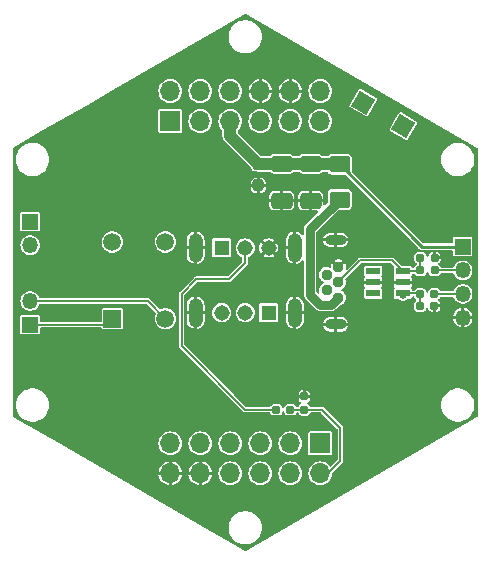
<source format=gbr>
%TF.GenerationSoftware,KiCad,Pcbnew,7.0.5*%
%TF.CreationDate,2024-01-17T11:15:44-05:00*%
%TF.ProjectId,CTRL,4354524c-2e6b-4696-9361-645f70636258,rev?*%
%TF.SameCoordinates,Original*%
%TF.FileFunction,Copper,L1,Top*%
%TF.FilePolarity,Positive*%
%FSLAX46Y46*%
G04 Gerber Fmt 4.6, Leading zero omitted, Abs format (unit mm)*
G04 Created by KiCad (PCBNEW 7.0.5) date 2024-01-17 11:15:44*
%MOMM*%
%LPD*%
G01*
G04 APERTURE LIST*
G04 Aperture macros list*
%AMRoundRect*
0 Rectangle with rounded corners*
0 $1 Rounding radius*
0 $2 $3 $4 $5 $6 $7 $8 $9 X,Y pos of 4 corners*
0 Add a 4 corners polygon primitive as box body*
4,1,4,$2,$3,$4,$5,$6,$7,$8,$9,$2,$3,0*
0 Add four circle primitives for the rounded corners*
1,1,$1+$1,$2,$3*
1,1,$1+$1,$4,$5*
1,1,$1+$1,$6,$7*
1,1,$1+$1,$8,$9*
0 Add four rect primitives between the rounded corners*
20,1,$1+$1,$2,$3,$4,$5,0*
20,1,$1+$1,$4,$5,$6,$7,0*
20,1,$1+$1,$6,$7,$8,$9,0*
20,1,$1+$1,$8,$9,$2,$3,0*%
%AMRotRect*
0 Rectangle, with rotation*
0 The origin of the aperture is its center*
0 $1 length*
0 $2 width*
0 $3 Rotation angle, in degrees counterclockwise*
0 Add horizontal line*
21,1,$1,$2,0,0,$3*%
G04 Aperture macros list end*
%TA.AperFunction,SMDPad,CuDef*%
%ADD10RotRect,1.500000X1.500000X150.000000*%
%TD*%
%TA.AperFunction,SMDPad,CuDef*%
%ADD11RoundRect,0.237500X0.237500X-0.250000X0.237500X0.250000X-0.237500X0.250000X-0.237500X-0.250000X0*%
%TD*%
%TA.AperFunction,SMDPad,CuDef*%
%ADD12RoundRect,0.250001X-0.624999X0.462499X-0.624999X-0.462499X0.624999X-0.462499X0.624999X0.462499X0*%
%TD*%
%TA.AperFunction,SMDPad,CuDef*%
%ADD13RoundRect,0.160000X0.197500X0.160000X-0.197500X0.160000X-0.197500X-0.160000X0.197500X-0.160000X0*%
%TD*%
%TA.AperFunction,ComponentPad*%
%ADD14R,1.700000X1.700000*%
%TD*%
%TA.AperFunction,ComponentPad*%
%ADD15O,1.700000X1.700000*%
%TD*%
%TA.AperFunction,SMDPad,CuDef*%
%ADD16RoundRect,0.160000X-0.197500X-0.160000X0.197500X-0.160000X0.197500X0.160000X-0.197500X0.160000X0*%
%TD*%
%TA.AperFunction,SMDPad,CuDef*%
%ADD17RoundRect,0.250000X-0.650000X0.412500X-0.650000X-0.412500X0.650000X-0.412500X0.650000X0.412500X0*%
%TD*%
%TA.AperFunction,ComponentPad*%
%ADD18R,1.350000X1.350000*%
%TD*%
%TA.AperFunction,ComponentPad*%
%ADD19O,1.350000X1.350000*%
%TD*%
%TA.AperFunction,SMDPad,CuDef*%
%ADD20RoundRect,0.155000X0.155000X-0.212500X0.155000X0.212500X-0.155000X0.212500X-0.155000X-0.212500X0*%
%TD*%
%TA.AperFunction,SMDPad,CuDef*%
%ADD21R,1.200000X0.600000*%
%TD*%
%TA.AperFunction,ComponentPad*%
%ADD22R,1.308000X1.308000*%
%TD*%
%TA.AperFunction,ComponentPad*%
%ADD23C,1.308000*%
%TD*%
%TA.AperFunction,ComponentPad*%
%ADD24O,1.230000X2.460000*%
%TD*%
%TA.AperFunction,ComponentPad*%
%ADD25C,0.958000*%
%TD*%
%TA.AperFunction,ComponentPad*%
%ADD26O,1.816000X0.908000*%
%TD*%
%TA.AperFunction,ComponentPad*%
%ADD27R,1.508000X1.508000*%
%TD*%
%TA.AperFunction,ComponentPad*%
%ADD28C,1.508000*%
%TD*%
%TA.AperFunction,ViaPad*%
%ADD29C,0.660400*%
%TD*%
%TA.AperFunction,Conductor*%
%ADD30C,1.000000*%
%TD*%
%TA.AperFunction,Conductor*%
%ADD31C,0.762000*%
%TD*%
%TA.AperFunction,Conductor*%
%ADD32C,0.254000*%
%TD*%
%TA.AperFunction,Conductor*%
%ADD33C,0.152400*%
%TD*%
G04 APERTURE END LIST*
D10*
%TO.P,TP3,1,1*%
%TO.N,Net-(D1-A)*%
X163560000Y-86898621D03*
%TD*%
%TO.P,TP2,1,1*%
%TO.N,Net-(D1-K)*%
X160160000Y-84898621D03*
%TD*%
D11*
%TO.P,R4,1*%
%TO.N,GND*%
X151260000Y-91911121D03*
%TO.P,R4,2*%
%TO.N,+5V*%
X151260000Y-90086121D03*
%TD*%
D12*
%TO.P,F1,1*%
%TO.N,+5V*%
X158160000Y-90131121D03*
%TO.P,F1,2*%
%TO.N,Net-(J3-VCC)*%
X158160000Y-93106121D03*
%TD*%
D13*
%TO.P,R15,1*%
%TO.N,GND*%
X166190000Y-98048621D03*
%TO.P,R15,2*%
%TO.N,/USB+*%
X164995000Y-98048621D03*
%TD*%
D14*
%TO.P,J1,1,Pin_1*%
%TO.N,/VBAT*%
X143810000Y-86465599D03*
D15*
%TO.P,J1,2,Pin_2*%
%TO.N,/D8*%
X143810000Y-83925599D03*
%TO.P,J1,3,Pin_3*%
%TO.N,/A5*%
X146350000Y-86465599D03*
%TO.P,J1,4,Pin_4*%
%TO.N,/A3*%
X146350000Y-83925599D03*
%TO.P,J1,5,Pin_5*%
%TO.N,+5V*%
X148890000Y-86465599D03*
%TO.P,J1,6,Pin_6*%
%TO.N,/A2*%
X148890000Y-83925599D03*
%TO.P,J1,7,Pin_7*%
%TO.N,/RXD*%
X151430000Y-86465599D03*
%TO.P,J1,8,Pin_8*%
%TO.N,GND*%
X151430000Y-83925599D03*
%TO.P,J1,9,Pin_9*%
%TO.N,/TXD*%
X153970000Y-86465599D03*
%TO.P,J1,10,Pin_10*%
%TO.N,GND*%
X153970000Y-83925599D03*
%TO.P,J1,11,Pin_11*%
%TO.N,/SDA*%
X156510000Y-86465599D03*
%TO.P,J1,12,Pin_12*%
%TO.N,/SCL*%
X156510000Y-83925599D03*
%TD*%
D13*
%TO.P,R14,1*%
%TO.N,GND*%
X166167500Y-102118621D03*
%TO.P,R14,2*%
%TO.N,/USB-*%
X164972500Y-102118621D03*
%TD*%
D16*
%TO.P,R2,1*%
%TO.N,/USB-*%
X164972500Y-101098621D03*
%TO.P,R2,2*%
%TO.N,Net-(J6-Pin_3)*%
X166167500Y-101098621D03*
%TD*%
D14*
%TO.P,J2,1,Pin_1*%
%TO.N,/D12*%
X156510000Y-113743621D03*
D15*
%TO.P,J2,2,Pin_2*%
%TO.N,/D10*%
X156510000Y-116283621D03*
%TO.P,J2,3,Pin_3*%
%TO.N,/MOSI*%
X153970000Y-113743621D03*
%TO.P,J2,4,Pin_4*%
%TO.N,/D1*%
X153970000Y-116283621D03*
%TO.P,J2,5,Pin_5*%
%TO.N,/SCK*%
X151430000Y-113743621D03*
%TO.P,J2,6,Pin_6*%
%TO.N,/D3*%
X151430000Y-116283621D03*
%TO.P,J2,7,Pin_7*%
%TO.N,/D2*%
X148890000Y-113743621D03*
%TO.P,J2,8,Pin_8*%
%TO.N,/A4*%
X148890000Y-116283621D03*
%TO.P,J2,9,Pin_9*%
%TO.N,/MISO*%
X146350000Y-113743621D03*
%TO.P,J2,10,Pin_10*%
%TO.N,GND*%
X146350000Y-116283621D03*
%TO.P,J2,11,Pin_11*%
%TO.N,/D4*%
X143810000Y-113743621D03*
%TO.P,J2,12,Pin_12*%
%TO.N,GND*%
X143810000Y-116283621D03*
%TD*%
D17*
%TO.P,C3,1*%
%TO.N,+5V*%
X153260000Y-90086121D03*
%TO.P,C3,2*%
%TO.N,GND*%
X153260000Y-93211121D03*
%TD*%
D18*
%TO.P,J4,1,Pin_1*%
%TO.N,Net-(J4-Pin_1)*%
X131950000Y-103698621D03*
D19*
%TO.P,J4,2,Pin_2*%
%TO.N,Net-(J4-Pin_2)*%
X131950000Y-101698621D03*
%TD*%
D20*
%TO.P,C4,1*%
%TO.N,/D10*%
X155160000Y-110898621D03*
%TO.P,C4,2*%
%TO.N,GND*%
X155160000Y-109763621D03*
%TD*%
D13*
%TO.P,R3,1*%
%TO.N,/D10*%
X153982500Y-110898621D03*
%TO.P,R3,2*%
%TO.N,/LORA_FREQ_SELECT*%
X152787500Y-110898621D03*
%TD*%
D16*
%TO.P,R1,1*%
%TO.N,/USB+*%
X164995000Y-99098621D03*
%TO.P,R1,2*%
%TO.N,Net-(J6-Pin_2)*%
X166190000Y-99098621D03*
%TD*%
D18*
%TO.P,J6,1,Pin_1*%
%TO.N,+5V*%
X168570000Y-97098621D03*
D19*
%TO.P,J6,2,Pin_2*%
%TO.N,Net-(J6-Pin_2)*%
X168570000Y-99098621D03*
%TO.P,J6,3,Pin_3*%
%TO.N,Net-(J6-Pin_3)*%
X168570000Y-101098621D03*
%TO.P,J6,4,Pin_4*%
%TO.N,GND*%
X168570000Y-103098621D03*
%TD*%
D21*
%TO.P,U4,1,NC*%
%TO.N,unconnected-(U4-NC-Pad1)*%
X161000000Y-99158621D03*
%TO.P,U4,2,GND*%
%TO.N,GND*%
X161000000Y-100108621D03*
%TO.P,U4,3,NC*%
%TO.N,unconnected-(U4-NC-Pad3)*%
X161000000Y-101058621D03*
%TO.P,U4,4,B*%
%TO.N,/USB-*%
X163500000Y-101058621D03*
%TO.P,U4,5,GND*%
%TO.N,GND*%
X163500000Y-100108621D03*
%TO.P,U4,6,A*%
%TO.N,/USB+*%
X163500000Y-99158621D03*
%TD*%
D17*
%TO.P,C2,1*%
%TO.N,+5V*%
X155725000Y-90086121D03*
%TO.P,C2,2*%
%TO.N,GND*%
X155725000Y-93211121D03*
%TD*%
D18*
%TO.P,J5,1,Pin_1*%
%TO.N,Net-(J5-Pin_1)*%
X131950000Y-94968621D03*
D19*
%TO.P,J5,2,Pin_2*%
%TO.N,Net-(J5-Pin_2)*%
X131950000Y-96968621D03*
%TD*%
D22*
%TO.P,S2,1*%
%TO.N,unconnected-(S2-Pad1)*%
X148160000Y-97198621D03*
D23*
%TO.P,S2,2*%
%TO.N,/LORA_FREQ_SELECT*%
X150160000Y-97198621D03*
%TO.P,S2,3*%
%TO.N,GND*%
X152160000Y-97198621D03*
D24*
%TO.P,S2,S1,SHIELD*%
X145960000Y-97198621D03*
%TO.P,S2,S2,SHIELD*%
X154360000Y-97198621D03*
%TD*%
D25*
%TO.P,J3,1,VCC*%
%TO.N,Net-(J3-VCC)*%
X158052500Y-101404610D03*
%TO.P,J3,2,D-*%
%TO.N,/USB-*%
X157052500Y-100754610D03*
%TO.P,J3,3,D+*%
%TO.N,/USB+*%
X158052500Y-100104610D03*
%TO.P,J3,4,ID*%
%TO.N,unconnected-(J3-ID-Pad4)*%
X157052500Y-99454610D03*
%TO.P,J3,5,GND*%
%TO.N,GND*%
X158052500Y-98804610D03*
D26*
%TO.P,J3,S1,SHIELD*%
X157832500Y-103679610D03*
%TO.P,J3,S2,SHIELD*%
X157832500Y-96529610D03*
%TD*%
D22*
%TO.P,S3,1*%
%TO.N,unconnected-(S3-Pad1)*%
X152160000Y-102698621D03*
D23*
%TO.P,S3,2*%
%TO.N,Net-(J5-Pin_1)*%
X150160000Y-102698621D03*
%TO.P,S3,3*%
%TO.N,Net-(J5-Pin_2)*%
X148160000Y-102698621D03*
D24*
%TO.P,S3,S1,SHIELD*%
%TO.N,GND*%
X154360000Y-102698621D03*
%TO.P,S3,S2,SHIELD*%
X145960000Y-102698621D03*
%TD*%
D27*
%TO.P,S1,1*%
%TO.N,Net-(J4-Pin_1)*%
X138910000Y-103198621D03*
D28*
%TO.P,S1,2*%
%TO.N,unconnected-(S1-Pad2)*%
X138910000Y-96698621D03*
%TO.P,S1,3*%
%TO.N,Net-(J4-Pin_2)*%
X143410000Y-103198621D03*
%TO.P,S1,4*%
%TO.N,unconnected-(S1-Pad4)*%
X143410000Y-96698621D03*
%TD*%
D29*
%TO.N,GND*%
X137160000Y-97198621D03*
X137160000Y-100698621D03*
X143160000Y-100698621D03*
X141160000Y-100698621D03*
X139160000Y-100698621D03*
X139160000Y-85198621D03*
X160260000Y-97248621D03*
X161410000Y-95148621D03*
X143660000Y-93198621D03*
X143660000Y-89198621D03*
X143660000Y-91198621D03*
X149160000Y-93198621D03*
X149160000Y-91198621D03*
X147160000Y-91198621D03*
X145160000Y-91198621D03*
X163360000Y-97048621D03*
X158460000Y-94998621D03*
%TO.N,Net-(D1-A)*%
X163560000Y-86898621D03*
%TO.N,Net-(D1-K)*%
X160160000Y-84898621D03*
%TO.N,GND*%
X161160000Y-88948621D03*
X163160000Y-88948621D03*
X165160000Y-89198621D03*
X155160000Y-91698621D03*
X143160000Y-95198621D03*
X159160000Y-116198621D03*
X141160000Y-112198621D03*
X161160000Y-108198621D03*
X165160000Y-95198621D03*
X151160000Y-82198621D03*
X167160000Y-93198621D03*
X147160000Y-93198621D03*
X137160000Y-110198621D03*
X141160000Y-114198621D03*
X149160000Y-118198621D03*
X163160000Y-110198621D03*
X165160000Y-112198621D03*
X135160000Y-112198621D03*
X165160000Y-108198621D03*
X139160000Y-108198621D03*
X147160000Y-89198621D03*
X141160000Y-97198621D03*
X139160000Y-87198621D03*
X163160000Y-91198621D03*
X135160000Y-89198621D03*
X141160000Y-89198621D03*
X139160000Y-114198621D03*
X155160000Y-118198621D03*
X157160000Y-110198621D03*
X135160000Y-106198621D03*
X137160000Y-89198621D03*
X159160000Y-110198621D03*
X135160000Y-95198621D03*
X153154300Y-80198620D03*
X141160000Y-91198621D03*
X161160000Y-114198621D03*
X149160000Y-82198621D03*
X165160000Y-91198621D03*
X147160000Y-118198621D03*
X165160000Y-104198621D03*
X145160000Y-93198621D03*
X135160000Y-93198621D03*
X135160000Y-108198621D03*
X153160000Y-106198621D03*
X161160000Y-110198621D03*
X137160000Y-112198621D03*
X145160000Y-110198621D03*
X147160000Y-80198621D03*
X131160000Y-108198621D03*
X141160000Y-110198621D03*
X141160000Y-116198621D03*
X153160000Y-120198621D03*
X137160000Y-108198621D03*
X155160000Y-106198621D03*
X139160000Y-110198621D03*
X167160000Y-95198621D03*
X139160000Y-112198621D03*
X151160000Y-106198621D03*
X153160000Y-118198621D03*
X147160000Y-120198621D03*
X151160000Y-118198621D03*
X149160000Y-106198621D03*
X155160000Y-108198621D03*
X145160000Y-82198621D03*
X163160000Y-93198621D03*
X133160000Y-108198621D03*
X145160000Y-118198621D03*
X163160000Y-114198621D03*
X165160000Y-93198621D03*
X167160000Y-106198621D03*
X143160000Y-108198621D03*
X165160000Y-106198621D03*
X159160000Y-114198621D03*
X135160000Y-110198621D03*
X139160000Y-95198621D03*
X159160000Y-108198621D03*
X165160000Y-110198621D03*
X141160000Y-108198621D03*
X163160000Y-104198621D03*
X141160000Y-87198621D03*
X143160000Y-110198621D03*
X141160000Y-95198621D03*
X135160000Y-87198621D03*
X141160000Y-85198621D03*
X151160000Y-108198621D03*
X137160000Y-93198621D03*
X147160000Y-110198621D03*
X161160000Y-106198621D03*
X137160000Y-114198621D03*
X157160000Y-106198621D03*
X153160000Y-82198621D03*
X159160000Y-106198621D03*
X137160000Y-91198621D03*
X155160000Y-82198621D03*
X161160000Y-112198621D03*
X163160000Y-108198621D03*
X167160000Y-108198621D03*
X139160000Y-91198621D03*
X161160000Y-104198621D03*
X163160000Y-106198621D03*
X147160000Y-82198621D03*
X137160000Y-95198621D03*
X153160000Y-108198621D03*
X163160000Y-112198621D03*
X145160000Y-108198621D03*
X139160000Y-89198621D03*
X145160000Y-89198621D03*
X157160000Y-108198621D03*
X137160000Y-87198621D03*
X159160000Y-112198621D03*
X161160000Y-91198621D03*
X135160000Y-91198621D03*
%TO.N,/USB-*%
X163540000Y-101208621D03*
%TD*%
D30*
%TO.N,+5V*%
X148890000Y-87716121D02*
X151260000Y-90086121D01*
X148890000Y-86465599D02*
X148890000Y-87716121D01*
X153260000Y-90086121D02*
X151260000Y-90086121D01*
D31*
X158115000Y-90086121D02*
X158160000Y-90131121D01*
D30*
X155725000Y-90086121D02*
X158115000Y-90086121D01*
X153260000Y-90086121D02*
X155725000Y-90086121D01*
D32*
%TO.N,GND*%
X163500000Y-100108621D02*
X164640000Y-100108621D01*
X163500000Y-100108621D02*
X161000000Y-100108621D01*
X161000000Y-100108621D02*
X159840000Y-100108621D01*
%TO.N,+5V*%
X165127500Y-97098621D02*
X158160000Y-90131121D01*
X168570000Y-97098621D02*
X165127500Y-97098621D01*
D33*
%TO.N,/D10*%
X156510000Y-116283621D02*
X157185000Y-116283621D01*
X155160000Y-110898621D02*
X153982500Y-110898621D01*
X155160000Y-110898621D02*
X156680000Y-110898621D01*
X158210000Y-115258621D02*
X158210000Y-112428621D01*
X158210000Y-112428621D02*
X156680000Y-110898621D01*
X157185000Y-116283621D02*
X158210000Y-115258621D01*
%TO.N,/USB+*%
X164935000Y-99158621D02*
X164995000Y-99098621D01*
X163500000Y-99158621D02*
X164935000Y-99158621D01*
X164995000Y-98048621D02*
X164995000Y-99098621D01*
X159898489Y-98258621D02*
X162600000Y-98258621D01*
X162600000Y-98258621D02*
X163500000Y-99158621D01*
X158052500Y-100104610D02*
X159898489Y-98258621D01*
%TO.N,/USB-*%
X164972500Y-102118621D02*
X164972500Y-101098621D01*
X164932500Y-101058621D02*
X164972500Y-101098621D01*
X163500000Y-101058621D02*
X164932500Y-101058621D01*
%TO.N,Net-(J4-Pin_1)*%
X131950000Y-103698621D02*
X138410000Y-103698621D01*
X138410000Y-103698621D02*
X138910000Y-103198621D01*
%TO.N,Net-(J4-Pin_2)*%
X131950000Y-101698621D02*
X141910000Y-101698621D01*
X141910000Y-101698621D02*
X143410000Y-103198621D01*
%TO.N,Net-(J6-Pin_2)*%
X166190000Y-99098621D02*
X168570000Y-99098621D01*
%TO.N,Net-(J6-Pin_3)*%
X166167500Y-101098621D02*
X168570000Y-101098621D01*
D31*
%TO.N,Net-(J3-VCC)*%
X158160000Y-93106121D02*
X155660000Y-95606121D01*
X156520000Y-102008621D02*
X157448489Y-102008621D01*
X155660000Y-95606121D02*
X155660000Y-101148621D01*
X155660000Y-101148621D02*
X156520000Y-102008621D01*
X157448489Y-102008621D02*
X158052500Y-101404610D01*
D33*
%TO.N,/LORA_FREQ_SELECT*%
X150160000Y-98498621D02*
X150160000Y-97198621D01*
X152787500Y-110898621D02*
X150160000Y-110898621D01*
X148810000Y-99848621D02*
X150160000Y-98498621D01*
X146010000Y-99848621D02*
X148810000Y-99848621D01*
X150160000Y-110898621D02*
X144780000Y-105518621D01*
X144780000Y-101078621D02*
X146010000Y-99848621D01*
X144780000Y-105518621D02*
X144780000Y-101078621D01*
%TD*%
%TA.AperFunction,Conductor*%
%TO.N,GND*%
G36*
X150203946Y-77388502D02*
G01*
X169810750Y-88708494D01*
X169849399Y-88754554D01*
X169854700Y-88784618D01*
X169854700Y-111424599D01*
X169834135Y-111481100D01*
X169810750Y-111500723D01*
X150203949Y-122820715D01*
X150144735Y-122831156D01*
X150116049Y-122820715D01*
X149138254Y-122256185D01*
X146770601Y-120889220D01*
X148749884Y-120889220D01*
X148769115Y-121121316D01*
X148769116Y-121121322D01*
X148826286Y-121347080D01*
X148826289Y-121347088D01*
X148897987Y-121510541D01*
X148919840Y-121560361D01*
X148919844Y-121560367D01*
X149047215Y-121755325D01*
X149047216Y-121755327D01*
X149047220Y-121755331D01*
X149204954Y-121926676D01*
X149388740Y-122069722D01*
X149593563Y-122180567D01*
X149813837Y-122256187D01*
X149813839Y-122256187D01*
X149813841Y-122256188D01*
X150043550Y-122294520D01*
X150043554Y-122294520D01*
X150276450Y-122294520D01*
X150506158Y-122256188D01*
X150506158Y-122256187D01*
X150506163Y-122256187D01*
X150726437Y-122180567D01*
X150931260Y-122069722D01*
X151115046Y-121926676D01*
X151272780Y-121755331D01*
X151400160Y-121560361D01*
X151493712Y-121347084D01*
X151550884Y-121121317D01*
X151570116Y-120889220D01*
X151550884Y-120657123D01*
X151550883Y-120657117D01*
X151493713Y-120431359D01*
X151493710Y-120431351D01*
X151400164Y-120218089D01*
X151400160Y-120218079D01*
X151319435Y-120094520D01*
X151272784Y-120023114D01*
X151272783Y-120023112D01*
X151115050Y-119851768D01*
X151115048Y-119851767D01*
X151115046Y-119851764D01*
X150931260Y-119708718D01*
X150726437Y-119597873D01*
X150726433Y-119597871D01*
X150726430Y-119597870D01*
X150506167Y-119522254D01*
X150506158Y-119522251D01*
X150276450Y-119483920D01*
X150276446Y-119483920D01*
X150043554Y-119483920D01*
X150043550Y-119483920D01*
X149813841Y-119522251D01*
X149813832Y-119522254D01*
X149593569Y-119597870D01*
X149388740Y-119708718D01*
X149204949Y-119851768D01*
X149047216Y-120023112D01*
X149047215Y-120023114D01*
X148919844Y-120218072D01*
X148919835Y-120218089D01*
X148826289Y-120431351D01*
X148826286Y-120431359D01*
X148769116Y-120657117D01*
X148769115Y-120657123D01*
X148749884Y-120889220D01*
X146770601Y-120889220D01*
X139013440Y-116410621D01*
X142815259Y-116410621D01*
X142822105Y-116480132D01*
X142879419Y-116669073D01*
X142972504Y-116843222D01*
X143097759Y-116995845D01*
X143097775Y-116995861D01*
X143250398Y-117121116D01*
X143250397Y-117121116D01*
X143424547Y-117214201D01*
X143613491Y-117271516D01*
X143613498Y-117271517D01*
X143682999Y-117278362D01*
X143683000Y-117278362D01*
X143683000Y-116770502D01*
X143774237Y-116783621D01*
X143845763Y-116783621D01*
X143937000Y-116770502D01*
X143937000Y-117278362D01*
X144006501Y-117271517D01*
X144006508Y-117271516D01*
X144195452Y-117214201D01*
X144369601Y-117121116D01*
X144522224Y-116995861D01*
X144522240Y-116995845D01*
X144647495Y-116843222D01*
X144740580Y-116669073D01*
X144797894Y-116480132D01*
X144804741Y-116410621D01*
X145355259Y-116410621D01*
X145362105Y-116480132D01*
X145419419Y-116669073D01*
X145512504Y-116843222D01*
X145637759Y-116995845D01*
X145637775Y-116995861D01*
X145790398Y-117121116D01*
X145790397Y-117121116D01*
X145964547Y-117214201D01*
X146153491Y-117271516D01*
X146153498Y-117271517D01*
X146222999Y-117278362D01*
X146223000Y-117278362D01*
X146223000Y-116770502D01*
X146314237Y-116783621D01*
X146385763Y-116783621D01*
X146477000Y-116770502D01*
X146477000Y-117278362D01*
X146546501Y-117271517D01*
X146546508Y-117271516D01*
X146735452Y-117214201D01*
X146909601Y-117121116D01*
X147062224Y-116995861D01*
X147062240Y-116995845D01*
X147187495Y-116843222D01*
X147280580Y-116669073D01*
X147337894Y-116480132D01*
X147344741Y-116410621D01*
X146833818Y-116410621D01*
X146850000Y-116355510D01*
X146850000Y-116283621D01*
X147882247Y-116283621D01*
X147901612Y-116480230D01*
X147958898Y-116669073D01*
X147958958Y-116669271D01*
X148052084Y-116843499D01*
X148177411Y-116996210D01*
X148330122Y-117121537D01*
X148504350Y-117214663D01*
X148638715Y-117255422D01*
X148691771Y-117271517D01*
X148693397Y-117272010D01*
X148890000Y-117291374D01*
X149086603Y-117272010D01*
X149275650Y-117214663D01*
X149449878Y-117121537D01*
X149602589Y-116996210D01*
X149727916Y-116843499D01*
X149821042Y-116669271D01*
X149878389Y-116480224D01*
X149897753Y-116283621D01*
X150422247Y-116283621D01*
X150441612Y-116480230D01*
X150498898Y-116669073D01*
X150498958Y-116669271D01*
X150592084Y-116843499D01*
X150717411Y-116996210D01*
X150870122Y-117121537D01*
X151044350Y-117214663D01*
X151178715Y-117255422D01*
X151231771Y-117271517D01*
X151233397Y-117272010D01*
X151430000Y-117291374D01*
X151626603Y-117272010D01*
X151815650Y-117214663D01*
X151989878Y-117121537D01*
X152142589Y-116996210D01*
X152267916Y-116843499D01*
X152361042Y-116669271D01*
X152418389Y-116480224D01*
X152437753Y-116283621D01*
X152962247Y-116283621D01*
X152981612Y-116480230D01*
X153038898Y-116669073D01*
X153038958Y-116669271D01*
X153132084Y-116843499D01*
X153257411Y-116996210D01*
X153410122Y-117121537D01*
X153584350Y-117214663D01*
X153718715Y-117255422D01*
X153771771Y-117271517D01*
X153773397Y-117272010D01*
X153970000Y-117291374D01*
X154166603Y-117272010D01*
X154355650Y-117214663D01*
X154529878Y-117121537D01*
X154682589Y-116996210D01*
X154807916Y-116843499D01*
X154901042Y-116669271D01*
X154958389Y-116480224D01*
X154977753Y-116283621D01*
X154958389Y-116087018D01*
X154901042Y-115897971D01*
X154807916Y-115723743D01*
X154682589Y-115571032D01*
X154529878Y-115445705D01*
X154355650Y-115352579D01*
X154355649Y-115352578D01*
X154355648Y-115352578D01*
X154166609Y-115295233D01*
X154166604Y-115295232D01*
X154166603Y-115295232D01*
X153970000Y-115275868D01*
X153773397Y-115295232D01*
X153773395Y-115295232D01*
X153773390Y-115295233D01*
X153584351Y-115352578D01*
X153410121Y-115445705D01*
X153257413Y-115571030D01*
X153257409Y-115571034D01*
X153132084Y-115723742D01*
X153038957Y-115897972D01*
X152981612Y-116087011D01*
X152962247Y-116283621D01*
X152437753Y-116283621D01*
X152418389Y-116087018D01*
X152361042Y-115897971D01*
X152267916Y-115723743D01*
X152142589Y-115571032D01*
X151989878Y-115445705D01*
X151815650Y-115352579D01*
X151815649Y-115352578D01*
X151815648Y-115352578D01*
X151626609Y-115295233D01*
X151626604Y-115295232D01*
X151626603Y-115295232D01*
X151430000Y-115275868D01*
X151429999Y-115275868D01*
X151382657Y-115280530D01*
X151233397Y-115295232D01*
X151233395Y-115295232D01*
X151233390Y-115295233D01*
X151044351Y-115352578D01*
X150870121Y-115445705D01*
X150717413Y-115571030D01*
X150717409Y-115571034D01*
X150592084Y-115723742D01*
X150498957Y-115897972D01*
X150441612Y-116087011D01*
X150422247Y-116283621D01*
X149897753Y-116283621D01*
X149878389Y-116087018D01*
X149821042Y-115897971D01*
X149727916Y-115723743D01*
X149602589Y-115571032D01*
X149449878Y-115445705D01*
X149275650Y-115352579D01*
X149275649Y-115352578D01*
X149275648Y-115352578D01*
X149086609Y-115295233D01*
X149086604Y-115295232D01*
X149086603Y-115295232D01*
X148890000Y-115275868D01*
X148889999Y-115275868D01*
X148842657Y-115280530D01*
X148693397Y-115295232D01*
X148693395Y-115295232D01*
X148693390Y-115295233D01*
X148504351Y-115352578D01*
X148330121Y-115445705D01*
X148177413Y-115571030D01*
X148177409Y-115571034D01*
X148052084Y-115723742D01*
X147958957Y-115897972D01*
X147901612Y-116087011D01*
X147882247Y-116283621D01*
X146850000Y-116283621D01*
X146850000Y-116211732D01*
X146833818Y-116156621D01*
X147344741Y-116156621D01*
X147337894Y-116087109D01*
X147280580Y-115898168D01*
X147187495Y-115724019D01*
X147062240Y-115571396D01*
X147062224Y-115571380D01*
X146909601Y-115446125D01*
X146909602Y-115446125D01*
X146735452Y-115353040D01*
X146546511Y-115295726D01*
X146546512Y-115295726D01*
X146477000Y-115288879D01*
X146477000Y-115796739D01*
X146385763Y-115783621D01*
X146314237Y-115783621D01*
X146223000Y-115796739D01*
X146223000Y-115288879D01*
X146153488Y-115295726D01*
X145964547Y-115353040D01*
X145790398Y-115446125D01*
X145637775Y-115571380D01*
X145637759Y-115571396D01*
X145512504Y-115724019D01*
X145419419Y-115898168D01*
X145362105Y-116087109D01*
X145355259Y-116156621D01*
X145866182Y-116156621D01*
X145850000Y-116211732D01*
X145850000Y-116355510D01*
X145866182Y-116410621D01*
X145355259Y-116410621D01*
X144804741Y-116410621D01*
X144293818Y-116410621D01*
X144310000Y-116355510D01*
X144310000Y-116211732D01*
X144293818Y-116156621D01*
X144804741Y-116156621D01*
X144797894Y-116087109D01*
X144740580Y-115898168D01*
X144647495Y-115724019D01*
X144522240Y-115571396D01*
X144522224Y-115571380D01*
X144369601Y-115446125D01*
X144369602Y-115446125D01*
X144195452Y-115353040D01*
X144006511Y-115295726D01*
X144006512Y-115295726D01*
X143937000Y-115288879D01*
X143937000Y-115796739D01*
X143845763Y-115783621D01*
X143774237Y-115783621D01*
X143683000Y-115796739D01*
X143683000Y-115288879D01*
X143613488Y-115295726D01*
X143424547Y-115353040D01*
X143250398Y-115446125D01*
X143097775Y-115571380D01*
X143097759Y-115571396D01*
X142972504Y-115724019D01*
X142879419Y-115898168D01*
X142822105Y-116087109D01*
X142815259Y-116156621D01*
X143326182Y-116156621D01*
X143310000Y-116211732D01*
X143310000Y-116355510D01*
X143326182Y-116410621D01*
X142815259Y-116410621D01*
X139013440Y-116410621D01*
X134394061Y-113743621D01*
X142802247Y-113743621D01*
X142821612Y-113940230D01*
X142878957Y-114129269D01*
X142878958Y-114129271D01*
X142972084Y-114303499D01*
X143097411Y-114456210D01*
X143250122Y-114581537D01*
X143424350Y-114674663D01*
X143613397Y-114732010D01*
X143810000Y-114751374D01*
X144006603Y-114732010D01*
X144195650Y-114674663D01*
X144369878Y-114581537D01*
X144522589Y-114456210D01*
X144647916Y-114303499D01*
X144741042Y-114129271D01*
X144798389Y-113940224D01*
X144817753Y-113743621D01*
X145342247Y-113743621D01*
X145361612Y-113940230D01*
X145418957Y-114129269D01*
X145418958Y-114129271D01*
X145512084Y-114303499D01*
X145637411Y-114456210D01*
X145790122Y-114581537D01*
X145964350Y-114674663D01*
X146153397Y-114732010D01*
X146350000Y-114751374D01*
X146546603Y-114732010D01*
X146735650Y-114674663D01*
X146909878Y-114581537D01*
X147062589Y-114456210D01*
X147187916Y-114303499D01*
X147281042Y-114129271D01*
X147338389Y-113940224D01*
X147357753Y-113743621D01*
X147357753Y-113743620D01*
X147882247Y-113743620D01*
X147901612Y-113940230D01*
X147958957Y-114129269D01*
X147958958Y-114129271D01*
X148052084Y-114303499D01*
X148177411Y-114456210D01*
X148330122Y-114581537D01*
X148504350Y-114674663D01*
X148693397Y-114732010D01*
X148890000Y-114751374D01*
X149086603Y-114732010D01*
X149275650Y-114674663D01*
X149449878Y-114581537D01*
X149602589Y-114456210D01*
X149727916Y-114303499D01*
X149821042Y-114129271D01*
X149878389Y-113940224D01*
X149897753Y-113743621D01*
X149897753Y-113743620D01*
X150422247Y-113743620D01*
X150441612Y-113940230D01*
X150498957Y-114129269D01*
X150498958Y-114129271D01*
X150592084Y-114303499D01*
X150717411Y-114456210D01*
X150870122Y-114581537D01*
X151044350Y-114674663D01*
X151233397Y-114732010D01*
X151430000Y-114751374D01*
X151626603Y-114732010D01*
X151815650Y-114674663D01*
X151989878Y-114581537D01*
X152142589Y-114456210D01*
X152267916Y-114303499D01*
X152361042Y-114129271D01*
X152418389Y-113940224D01*
X152437753Y-113743621D01*
X152437753Y-113743620D01*
X152962247Y-113743620D01*
X152981612Y-113940230D01*
X153038957Y-114129269D01*
X153038958Y-114129271D01*
X153132084Y-114303499D01*
X153257411Y-114456210D01*
X153410122Y-114581537D01*
X153584350Y-114674663D01*
X153773397Y-114732010D01*
X153970000Y-114751374D01*
X154166603Y-114732010D01*
X154355650Y-114674663D01*
X154479098Y-114608679D01*
X155507100Y-114608679D01*
X155515972Y-114653279D01*
X155549766Y-114703855D01*
X155566701Y-114715171D01*
X155600341Y-114737649D01*
X155607741Y-114739120D01*
X155644943Y-114746521D01*
X157375056Y-114746520D01*
X157375058Y-114746520D01*
X157387750Y-114743995D01*
X157419658Y-114737649D01*
X157470234Y-114703855D01*
X157504028Y-114653279D01*
X157512900Y-114608678D01*
X157512899Y-112878565D01*
X157512899Y-112878564D01*
X157512899Y-112878562D01*
X157509111Y-112859523D01*
X157504028Y-112833963D01*
X157470234Y-112783387D01*
X157470002Y-112783232D01*
X157419658Y-112749592D01*
X157382456Y-112742192D01*
X157375057Y-112740721D01*
X157375056Y-112740721D01*
X155644941Y-112740721D01*
X155600341Y-112749593D01*
X155549767Y-112783386D01*
X155549764Y-112783389D01*
X155515971Y-112833962D01*
X155507100Y-112878564D01*
X155507100Y-114608679D01*
X154479098Y-114608679D01*
X154529878Y-114581537D01*
X154682589Y-114456210D01*
X154807916Y-114303499D01*
X154901042Y-114129271D01*
X154958389Y-113940224D01*
X154977753Y-113743621D01*
X154958389Y-113547018D01*
X154901042Y-113357971D01*
X154807916Y-113183743D01*
X154682589Y-113031032D01*
X154529878Y-112905705D01*
X154355650Y-112812579D01*
X154355649Y-112812578D01*
X154355648Y-112812578D01*
X154166609Y-112755233D01*
X154166604Y-112755232D01*
X154166603Y-112755232D01*
X153970000Y-112735868D01*
X153773397Y-112755232D01*
X153773395Y-112755232D01*
X153773390Y-112755233D01*
X153584351Y-112812578D01*
X153410121Y-112905705D01*
X153257413Y-113031030D01*
X153257409Y-113031034D01*
X153132084Y-113183742D01*
X153038957Y-113357972D01*
X152981612Y-113547011D01*
X152962247Y-113743620D01*
X152437753Y-113743620D01*
X152418389Y-113547018D01*
X152361042Y-113357971D01*
X152267916Y-113183743D01*
X152142589Y-113031032D01*
X151989878Y-112905705D01*
X151815650Y-112812579D01*
X151815649Y-112812578D01*
X151815648Y-112812578D01*
X151626609Y-112755233D01*
X151626604Y-112755232D01*
X151626603Y-112755232D01*
X151430000Y-112735868D01*
X151429999Y-112735868D01*
X151382657Y-112740530D01*
X151233397Y-112755232D01*
X151233395Y-112755232D01*
X151233390Y-112755233D01*
X151044351Y-112812578D01*
X150870121Y-112905705D01*
X150717413Y-113031030D01*
X150717409Y-113031034D01*
X150592084Y-113183742D01*
X150498957Y-113357972D01*
X150441612Y-113547011D01*
X150422247Y-113743620D01*
X149897753Y-113743620D01*
X149878389Y-113547018D01*
X149821042Y-113357971D01*
X149727916Y-113183743D01*
X149602589Y-113031032D01*
X149449878Y-112905705D01*
X149275650Y-112812579D01*
X149275649Y-112812578D01*
X149275648Y-112812578D01*
X149086609Y-112755233D01*
X149086604Y-112755232D01*
X149086603Y-112755232D01*
X148890000Y-112735868D01*
X148693397Y-112755232D01*
X148693395Y-112755232D01*
X148693390Y-112755233D01*
X148504351Y-112812578D01*
X148330121Y-112905705D01*
X148177413Y-113031030D01*
X148177409Y-113031034D01*
X148052084Y-113183742D01*
X147958957Y-113357972D01*
X147901612Y-113547011D01*
X147882247Y-113743620D01*
X147357753Y-113743620D01*
X147338389Y-113547018D01*
X147281042Y-113357971D01*
X147187916Y-113183743D01*
X147062589Y-113031032D01*
X146909878Y-112905705D01*
X146735650Y-112812579D01*
X146735649Y-112812578D01*
X146735648Y-112812578D01*
X146546609Y-112755233D01*
X146546604Y-112755232D01*
X146546603Y-112755232D01*
X146350000Y-112735868D01*
X146153397Y-112755232D01*
X146153395Y-112755232D01*
X146153390Y-112755233D01*
X145964351Y-112812578D01*
X145790121Y-112905705D01*
X145637413Y-113031030D01*
X145637409Y-113031034D01*
X145512084Y-113183742D01*
X145418957Y-113357972D01*
X145361612Y-113547011D01*
X145342247Y-113743621D01*
X144817753Y-113743621D01*
X144798389Y-113547018D01*
X144741042Y-113357971D01*
X144647916Y-113183743D01*
X144522589Y-113031032D01*
X144369878Y-112905705D01*
X144195650Y-112812579D01*
X144195649Y-112812578D01*
X144195648Y-112812578D01*
X144006609Y-112755233D01*
X144006604Y-112755232D01*
X144006603Y-112755232D01*
X143810000Y-112735868D01*
X143613397Y-112755232D01*
X143613395Y-112755232D01*
X143613390Y-112755233D01*
X143424351Y-112812578D01*
X143250121Y-112905705D01*
X143097413Y-113031030D01*
X143097409Y-113031034D01*
X142972084Y-113183742D01*
X142878957Y-113357972D01*
X142821612Y-113547011D01*
X142802247Y-113743621D01*
X134394061Y-113743621D01*
X130509248Y-111500723D01*
X130470600Y-111454664D01*
X130465300Y-111424605D01*
X130465300Y-110496915D01*
X130749884Y-110496915D01*
X130769115Y-110729011D01*
X130769116Y-110729017D01*
X130826286Y-110954775D01*
X130826289Y-110954783D01*
X130907910Y-111140858D01*
X130919840Y-111168056D01*
X130919844Y-111168062D01*
X131047215Y-111363020D01*
X131047216Y-111363022D01*
X131173979Y-111500724D01*
X131204954Y-111534371D01*
X131388740Y-111677417D01*
X131593563Y-111788262D01*
X131813837Y-111863882D01*
X131813839Y-111863882D01*
X131813841Y-111863883D01*
X132043550Y-111902215D01*
X132043554Y-111902215D01*
X132276450Y-111902215D01*
X132506158Y-111863883D01*
X132506158Y-111863882D01*
X132506163Y-111863882D01*
X132726437Y-111788262D01*
X132931260Y-111677417D01*
X133115046Y-111534371D01*
X133272780Y-111363026D01*
X133400160Y-111168056D01*
X133493712Y-110954779D01*
X133550884Y-110729012D01*
X133570116Y-110496915D01*
X133550884Y-110264818D01*
X133550883Y-110264812D01*
X133493713Y-110039054D01*
X133493710Y-110039046D01*
X133428605Y-109890622D01*
X133400160Y-109825774D01*
X133319435Y-109702215D01*
X133272784Y-109630809D01*
X133272783Y-109630807D01*
X133115050Y-109459463D01*
X133115048Y-109459462D01*
X133115046Y-109459459D01*
X132931260Y-109316413D01*
X132726437Y-109205568D01*
X132726433Y-109205566D01*
X132726430Y-109205565D01*
X132506167Y-109129949D01*
X132506158Y-109129946D01*
X132276450Y-109091615D01*
X132276446Y-109091615D01*
X132043554Y-109091615D01*
X132043550Y-109091615D01*
X131813841Y-109129946D01*
X131813832Y-109129949D01*
X131593569Y-109205565D01*
X131593564Y-109205567D01*
X131593563Y-109205568D01*
X131517551Y-109246704D01*
X131388740Y-109316413D01*
X131204949Y-109459463D01*
X131047216Y-109630807D01*
X131047215Y-109630809D01*
X130919844Y-109825767D01*
X130919835Y-109825784D01*
X130826289Y-110039046D01*
X130826286Y-110039054D01*
X130769116Y-110264812D01*
X130769115Y-110264818D01*
X130749884Y-110496915D01*
X130465300Y-110496915D01*
X130465300Y-104388679D01*
X131122100Y-104388679D01*
X131130972Y-104433279D01*
X131164766Y-104483855D01*
X131181701Y-104495171D01*
X131215341Y-104517649D01*
X131222741Y-104519120D01*
X131259943Y-104526521D01*
X132640056Y-104526520D01*
X132640058Y-104526520D01*
X132652750Y-104523995D01*
X132684658Y-104517649D01*
X132735234Y-104483855D01*
X132769028Y-104433279D01*
X132777900Y-104388678D01*
X132777900Y-104015621D01*
X132798465Y-103959120D01*
X132850536Y-103929056D01*
X132865800Y-103927721D01*
X137923015Y-103927721D01*
X137979516Y-103948286D01*
X138009225Y-103998471D01*
X138011972Y-104012279D01*
X138045766Y-104062855D01*
X138050298Y-104065883D01*
X138096341Y-104096649D01*
X138103741Y-104098120D01*
X138140943Y-104105521D01*
X139679056Y-104105520D01*
X139679058Y-104105520D01*
X139691750Y-104102995D01*
X139723658Y-104096649D01*
X139774234Y-104062855D01*
X139808028Y-104012279D01*
X139816900Y-103967678D01*
X139816899Y-102429565D01*
X139816899Y-102429564D01*
X139816899Y-102429562D01*
X139811830Y-102404078D01*
X139808028Y-102384963D01*
X139774234Y-102334387D01*
X139769698Y-102331356D01*
X139723658Y-102300592D01*
X139686456Y-102293192D01*
X139679057Y-102291721D01*
X139679056Y-102291721D01*
X138140941Y-102291721D01*
X138096341Y-102300593D01*
X138045767Y-102334386D01*
X138045764Y-102334389D01*
X138011971Y-102384962D01*
X138005091Y-102419553D01*
X138003100Y-102429564D01*
X138003100Y-102925646D01*
X138003101Y-103381621D01*
X137982536Y-103438122D01*
X137930465Y-103468186D01*
X137915201Y-103469521D01*
X132865799Y-103469521D01*
X132809298Y-103448956D01*
X132779234Y-103396885D01*
X132777899Y-103381621D01*
X132777899Y-103008562D01*
X132770551Y-102971621D01*
X132769028Y-102963963D01*
X132735234Y-102913387D01*
X132735002Y-102913232D01*
X132684658Y-102879592D01*
X132647456Y-102872192D01*
X132640057Y-102870721D01*
X132640056Y-102870721D01*
X131259941Y-102870721D01*
X131215341Y-102879593D01*
X131164767Y-102913386D01*
X131164764Y-102913389D01*
X131130971Y-102963962D01*
X131122100Y-103008564D01*
X131122100Y-104388679D01*
X130465300Y-104388679D01*
X130465300Y-101698625D01*
X131117540Y-101698625D01*
X131135729Y-101871693D01*
X131135731Y-101871699D01*
X131189510Y-102037213D01*
X131242929Y-102129736D01*
X131276527Y-102187930D01*
X131384083Y-102307383D01*
X131392976Y-102317259D01*
X131533770Y-102419553D01*
X131692756Y-102490338D01*
X131862984Y-102526521D01*
X132037016Y-102526521D01*
X132207244Y-102490338D01*
X132366230Y-102419553D01*
X132507024Y-102317259D01*
X132623474Y-102187929D01*
X132710490Y-102037213D01*
X132726331Y-101988457D01*
X132763349Y-101941078D01*
X132809929Y-101927721D01*
X141778694Y-101927721D01*
X141835195Y-101948286D01*
X141840849Y-101953466D01*
X142579819Y-102692436D01*
X142605230Y-102746930D01*
X142593789Y-102798539D01*
X142576943Y-102827718D01*
X142576941Y-102827722D01*
X142549107Y-102913387D01*
X142518183Y-103008564D01*
X142518031Y-103009031D01*
X142498105Y-103198616D01*
X142498105Y-103198625D01*
X142517338Y-103381621D01*
X142518032Y-103388215D01*
X142576942Y-103569522D01*
X142672261Y-103734619D01*
X142799823Y-103876291D01*
X142954052Y-103988345D01*
X143128209Y-104065885D01*
X143241377Y-104089939D01*
X143314675Y-104105520D01*
X143314677Y-104105520D01*
X143314681Y-104105521D01*
X143314684Y-104105521D01*
X143505316Y-104105521D01*
X143505319Y-104105521D01*
X143691791Y-104065885D01*
X143865948Y-103988345D01*
X144020177Y-103876291D01*
X144147739Y-103734619D01*
X144243058Y-103569522D01*
X144301968Y-103388215D01*
X144314655Y-103267506D01*
X144321895Y-103198625D01*
X144321895Y-103198616D01*
X144301968Y-103009031D01*
X144301968Y-103009027D01*
X144243058Y-102827720D01*
X144147739Y-102662623D01*
X144020177Y-102520951D01*
X143937472Y-102460862D01*
X143865947Y-102408896D01*
X143758051Y-102360858D01*
X143691791Y-102331357D01*
X143691789Y-102331356D01*
X143691788Y-102331356D01*
X143505324Y-102291721D01*
X143505319Y-102291721D01*
X143314681Y-102291721D01*
X143314675Y-102291721D01*
X143128211Y-102331356D01*
X143128209Y-102331357D01*
X143007812Y-102384962D01*
X143002475Y-102387338D01*
X142942495Y-102391532D01*
X142904568Y-102369192D01*
X142077039Y-101541662D01*
X142075470Y-101540010D01*
X142047670Y-101509135D01*
X142047669Y-101509134D01*
X142025972Y-101499473D01*
X142013858Y-101492896D01*
X142001022Y-101484561D01*
X141993936Y-101479960D01*
X141993933Y-101479959D01*
X141993932Y-101479959D01*
X141987058Y-101478870D01*
X141965064Y-101472355D01*
X141958699Y-101469521D01*
X141958697Y-101469521D01*
X141934947Y-101469521D01*
X141921197Y-101468439D01*
X141909119Y-101466526D01*
X141897743Y-101464724D01*
X141897740Y-101464724D01*
X141891017Y-101466526D01*
X141868267Y-101469521D01*
X132809929Y-101469521D01*
X132753428Y-101448956D01*
X132726331Y-101408784D01*
X132724975Y-101404610D01*
X132710490Y-101360029D01*
X132623474Y-101209313D01*
X132516835Y-101090879D01*
X144546103Y-101090879D01*
X144547905Y-101097603D01*
X144550900Y-101120354D01*
X144550900Y-105511471D01*
X144550840Y-105513772D01*
X144548666Y-105555260D01*
X144557177Y-105577433D01*
X144561092Y-105590650D01*
X144566031Y-105613888D01*
X144570124Y-105619521D01*
X144581071Y-105639682D01*
X144583567Y-105646183D01*
X144583568Y-105646185D01*
X144600364Y-105662982D01*
X144609320Y-105673468D01*
X144623276Y-105692677D01*
X144623278Y-105692679D01*
X144629308Y-105696160D01*
X144647510Y-105710127D01*
X149992960Y-111055579D01*
X149994544Y-111057248D01*
X150022330Y-111088107D01*
X150022331Y-111088107D01*
X150022332Y-111088108D01*
X150044024Y-111097766D01*
X150056144Y-111104347D01*
X150076061Y-111117281D01*
X150076062Y-111117281D01*
X150076064Y-111117282D01*
X150082939Y-111118370D01*
X150104938Y-111124887D01*
X150111303Y-111127721D01*
X150135053Y-111127721D01*
X150148802Y-111128802D01*
X150172258Y-111132518D01*
X150178983Y-111130715D01*
X150201733Y-111127721D01*
X152220976Y-111127721D01*
X152277477Y-111148286D01*
X152300640Y-111178473D01*
X152301406Y-111180115D01*
X152329733Y-111240862D01*
X152407759Y-111318888D01*
X152507766Y-111365522D01*
X152542730Y-111370124D01*
X152553332Y-111371521D01*
X152553334Y-111371521D01*
X153021668Y-111371521D01*
X153031164Y-111370270D01*
X153067234Y-111365522D01*
X153167241Y-111318888D01*
X153245267Y-111240862D01*
X153291901Y-111140855D01*
X153297851Y-111095653D01*
X153325616Y-111042320D01*
X153381167Y-111019311D01*
X153438511Y-111037392D01*
X153470817Y-111088103D01*
X153472148Y-111095653D01*
X153478099Y-111140855D01*
X153478100Y-111140858D01*
X153496406Y-111180115D01*
X153524733Y-111240862D01*
X153602759Y-111318888D01*
X153702766Y-111365522D01*
X153737730Y-111370124D01*
X153748332Y-111371521D01*
X153748334Y-111371521D01*
X154216668Y-111371521D01*
X154226164Y-111370270D01*
X154262234Y-111365522D01*
X154362241Y-111318888D01*
X154440267Y-111240862D01*
X154468594Y-111180115D01*
X154469360Y-111178473D01*
X154511876Y-111135956D01*
X154549024Y-111127721D01*
X154618475Y-111127721D01*
X154674976Y-111148286D01*
X154698885Y-111180115D01*
X154725708Y-111240862D01*
X154746584Y-111288140D01*
X154827981Y-111369537D01*
X154933285Y-111416034D01*
X154959032Y-111419021D01*
X154959039Y-111419021D01*
X155360961Y-111419021D01*
X155360968Y-111419021D01*
X155386715Y-111416034D01*
X155492019Y-111369537D01*
X155573416Y-111288140D01*
X155606632Y-111212915D01*
X155621115Y-111180115D01*
X155662750Y-111136736D01*
X155701525Y-111127721D01*
X156548694Y-111127721D01*
X156605195Y-111148286D01*
X156610849Y-111153466D01*
X157955155Y-112497772D01*
X157980566Y-112552266D01*
X157980900Y-112559927D01*
X157980900Y-115127313D01*
X157960335Y-115183814D01*
X157955155Y-115189468D01*
X157449381Y-115695241D01*
X157394887Y-115720652D01*
X157336809Y-115705089D01*
X157319282Y-115688853D01*
X157222589Y-115571032D01*
X157069878Y-115445705D01*
X156895650Y-115352579D01*
X156895649Y-115352578D01*
X156895648Y-115352578D01*
X156706609Y-115295233D01*
X156706604Y-115295232D01*
X156706603Y-115295232D01*
X156510000Y-115275868D01*
X156509999Y-115275868D01*
X156462657Y-115280530D01*
X156313397Y-115295232D01*
X156313395Y-115295232D01*
X156313390Y-115295233D01*
X156124351Y-115352578D01*
X155950121Y-115445705D01*
X155797413Y-115571030D01*
X155797409Y-115571034D01*
X155672084Y-115723742D01*
X155578957Y-115897972D01*
X155521612Y-116087011D01*
X155502247Y-116283621D01*
X155521612Y-116480230D01*
X155578898Y-116669073D01*
X155578958Y-116669271D01*
X155672084Y-116843499D01*
X155797411Y-116996210D01*
X155950122Y-117121537D01*
X156124350Y-117214663D01*
X156258715Y-117255422D01*
X156311771Y-117271517D01*
X156313397Y-117272010D01*
X156510000Y-117291374D01*
X156706603Y-117272010D01*
X156895650Y-117214663D01*
X157069878Y-117121537D01*
X157222589Y-116996210D01*
X157347916Y-116843499D01*
X157441042Y-116669271D01*
X157498389Y-116480224D01*
X157515627Y-116305203D01*
X157540947Y-116251668D01*
X158366975Y-115425641D01*
X158368608Y-115424092D01*
X158399486Y-115396291D01*
X158409145Y-115374594D01*
X158415721Y-115362482D01*
X158428662Y-115342557D01*
X158429751Y-115335678D01*
X158436268Y-115313675D01*
X158439100Y-115307318D01*
X158439100Y-115283569D01*
X158440182Y-115269819D01*
X158443897Y-115246363D01*
X158442094Y-115239635D01*
X158439099Y-115216894D01*
X158439099Y-112435759D01*
X158439158Y-112433488D01*
X158441334Y-112391982D01*
X158441334Y-112391981D01*
X158441334Y-112391980D01*
X158432823Y-112369809D01*
X158428906Y-112356588D01*
X158423969Y-112333356D01*
X158419874Y-112327720D01*
X158408927Y-112307556D01*
X158406433Y-112301059D01*
X158406432Y-112301058D01*
X158406432Y-112301057D01*
X158389630Y-112284255D01*
X158380677Y-112273771D01*
X158366721Y-112254562D01*
X158366722Y-112254562D01*
X158360692Y-112251081D01*
X158342488Y-112237113D01*
X156847039Y-110741662D01*
X156845470Y-110740010D01*
X156817670Y-110709135D01*
X156817669Y-110709134D01*
X156795972Y-110699473D01*
X156783858Y-110692896D01*
X156771022Y-110684561D01*
X156763936Y-110679960D01*
X156763933Y-110679959D01*
X156763932Y-110679959D01*
X156757058Y-110678870D01*
X156735064Y-110672355D01*
X156728699Y-110669521D01*
X156728697Y-110669521D01*
X156704947Y-110669521D01*
X156691197Y-110668439D01*
X156679119Y-110666526D01*
X156667743Y-110664724D01*
X156667740Y-110664724D01*
X156661017Y-110666526D01*
X156638267Y-110669521D01*
X155701525Y-110669521D01*
X155645024Y-110648956D01*
X155621115Y-110617127D01*
X155573416Y-110509103D01*
X155573416Y-110509102D01*
X155561228Y-110496914D01*
X166749884Y-110496914D01*
X166769115Y-110729011D01*
X166769116Y-110729017D01*
X166826286Y-110954775D01*
X166826289Y-110954783D01*
X166907910Y-111140858D01*
X166919840Y-111168056D01*
X166919844Y-111168062D01*
X167047215Y-111363020D01*
X167047216Y-111363022D01*
X167173979Y-111500724D01*
X167204954Y-111534371D01*
X167388740Y-111677417D01*
X167593563Y-111788262D01*
X167813837Y-111863882D01*
X167813839Y-111863882D01*
X167813841Y-111863883D01*
X168043550Y-111902215D01*
X168043554Y-111902215D01*
X168276450Y-111902215D01*
X168506158Y-111863883D01*
X168506158Y-111863882D01*
X168506163Y-111863882D01*
X168726437Y-111788262D01*
X168931260Y-111677417D01*
X169115046Y-111534371D01*
X169272780Y-111363026D01*
X169400160Y-111168056D01*
X169493712Y-110954779D01*
X169550884Y-110729012D01*
X169570116Y-110496915D01*
X169550884Y-110264818D01*
X169550883Y-110264812D01*
X169493713Y-110039054D01*
X169493710Y-110039046D01*
X169428605Y-109890622D01*
X169400160Y-109825774D01*
X169319435Y-109702215D01*
X169272784Y-109630809D01*
X169272783Y-109630807D01*
X169115050Y-109459463D01*
X169115048Y-109459462D01*
X169115046Y-109459459D01*
X168931260Y-109316413D01*
X168726437Y-109205568D01*
X168726433Y-109205566D01*
X168726430Y-109205565D01*
X168506167Y-109129949D01*
X168506158Y-109129946D01*
X168276450Y-109091615D01*
X168276446Y-109091615D01*
X168043554Y-109091615D01*
X168043550Y-109091615D01*
X167813841Y-109129946D01*
X167813832Y-109129949D01*
X167593569Y-109205565D01*
X167593564Y-109205567D01*
X167593563Y-109205568D01*
X167517551Y-109246704D01*
X167388740Y-109316413D01*
X167204949Y-109459463D01*
X167047216Y-109630807D01*
X167047215Y-109630809D01*
X166919844Y-109825767D01*
X166919835Y-109825784D01*
X166826289Y-110039046D01*
X166826286Y-110039054D01*
X166769116Y-110264812D01*
X166769115Y-110264818D01*
X166749884Y-110496914D01*
X155561228Y-110496914D01*
X155492019Y-110427705D01*
X155492017Y-110427704D01*
X155492016Y-110427703D01*
X155454769Y-110411256D01*
X155411390Y-110369621D01*
X155404922Y-110309843D01*
X155438393Y-110259892D01*
X155454773Y-110250436D01*
X155491730Y-110234118D01*
X155572997Y-110152851D01*
X155619417Y-110047721D01*
X155622398Y-110022029D01*
X155622400Y-110022010D01*
X155622400Y-109890622D01*
X155622399Y-109890621D01*
X154697601Y-109890621D01*
X154697601Y-110022014D01*
X154700581Y-110047718D01*
X154700583Y-110047722D01*
X154747002Y-110152851D01*
X154828269Y-110234118D01*
X154865229Y-110250438D01*
X154908608Y-110292073D01*
X154915077Y-110351851D01*
X154881607Y-110401802D01*
X154865229Y-110411258D01*
X154827982Y-110427704D01*
X154746583Y-110509103D01*
X154698885Y-110617127D01*
X154657250Y-110660506D01*
X154618475Y-110669521D01*
X154549024Y-110669521D01*
X154492523Y-110648956D01*
X154469360Y-110618769D01*
X154440267Y-110556381D01*
X154440266Y-110556379D01*
X154362241Y-110478354D01*
X154262237Y-110431721D01*
X154262234Y-110431720D01*
X154216668Y-110425721D01*
X154216666Y-110425721D01*
X153748334Y-110425721D01*
X153748332Y-110425721D01*
X153702765Y-110431720D01*
X153702762Y-110431721D01*
X153602758Y-110478354D01*
X153524733Y-110556379D01*
X153478100Y-110656383D01*
X153478099Y-110656386D01*
X153472148Y-110701588D01*
X153444384Y-110754921D01*
X153388833Y-110777930D01*
X153331489Y-110759849D01*
X153299183Y-110709138D01*
X153297852Y-110701588D01*
X153296266Y-110689546D01*
X153291901Y-110656387D01*
X153245267Y-110556380D01*
X153167241Y-110478354D01*
X153167240Y-110478354D01*
X153067237Y-110431721D01*
X153067234Y-110431720D01*
X153021668Y-110425721D01*
X153021666Y-110425721D01*
X152553334Y-110425721D01*
X152553332Y-110425721D01*
X152507765Y-110431720D01*
X152507762Y-110431721D01*
X152407758Y-110478354D01*
X152329733Y-110556379D01*
X152329732Y-110556381D01*
X152300640Y-110618769D01*
X152258124Y-110661286D01*
X152220976Y-110669521D01*
X150291306Y-110669521D01*
X150234805Y-110648956D01*
X150229151Y-110643776D01*
X149221994Y-109636619D01*
X154697600Y-109636619D01*
X154697601Y-109636621D01*
X155032999Y-109636621D01*
X155033000Y-109636620D01*
X155287000Y-109636620D01*
X155287001Y-109636621D01*
X155622398Y-109636621D01*
X155622399Y-109636619D01*
X155622399Y-109505227D01*
X155619418Y-109479523D01*
X155619416Y-109479519D01*
X155572997Y-109374390D01*
X155491730Y-109293123D01*
X155386600Y-109246703D01*
X155360908Y-109243722D01*
X155360890Y-109243721D01*
X155287001Y-109243721D01*
X155287000Y-109243722D01*
X155287000Y-109636620D01*
X155033000Y-109636620D01*
X155033000Y-109243721D01*
X154959106Y-109243721D01*
X154933402Y-109246702D01*
X154933398Y-109246704D01*
X154828269Y-109293123D01*
X154747002Y-109374390D01*
X154700582Y-109479520D01*
X154697601Y-109505212D01*
X154697600Y-109505231D01*
X154697600Y-109636619D01*
X149221994Y-109636619D01*
X145034845Y-105449469D01*
X145009434Y-105394975D01*
X145009100Y-105387314D01*
X145009100Y-103356718D01*
X145192600Y-103356718D01*
X145207104Y-103485458D01*
X145207106Y-103485468D01*
X145264218Y-103648683D01*
X145264220Y-103648688D01*
X145356224Y-103795112D01*
X145478508Y-103917396D01*
X145624932Y-104009400D01*
X145624937Y-104009402D01*
X145788156Y-104066515D01*
X145832999Y-104071567D01*
X145833000Y-104071567D01*
X145833000Y-103425104D01*
X145872892Y-103442603D01*
X145989302Y-103452249D01*
X146087000Y-103427508D01*
X146087000Y-104071567D01*
X146131842Y-104066515D01*
X146131845Y-104066515D01*
X146295062Y-104009402D01*
X146295067Y-104009400D01*
X146441491Y-103917396D01*
X146563775Y-103795112D01*
X146655779Y-103648688D01*
X146655781Y-103648683D01*
X146712893Y-103485468D01*
X146712895Y-103485458D01*
X146727400Y-103356718D01*
X146727400Y-102825622D01*
X146727399Y-102825621D01*
X146310000Y-102825621D01*
X146310000Y-102698623D01*
X147347994Y-102698623D01*
X147368351Y-102879304D01*
X147368353Y-102879313D01*
X147428405Y-103050930D01*
X147428409Y-103050939D01*
X147521203Y-103198621D01*
X147525148Y-103204898D01*
X147653723Y-103333473D01*
X147653725Y-103333474D01*
X147653726Y-103333475D01*
X147690717Y-103356718D01*
X147807684Y-103430213D01*
X147807691Y-103430215D01*
X147807690Y-103430215D01*
X147979307Y-103490267D01*
X147979316Y-103490269D01*
X148159998Y-103510627D01*
X148160000Y-103510627D01*
X148160002Y-103510627D01*
X148340683Y-103490269D01*
X148340686Y-103490268D01*
X148340688Y-103490268D01*
X148340688Y-103490267D01*
X148340692Y-103490267D01*
X148458751Y-103448956D01*
X148512316Y-103430213D01*
X148666277Y-103333473D01*
X148794852Y-103204898D01*
X148891592Y-103050937D01*
X148939722Y-102913389D01*
X148951646Y-102879313D01*
X148951648Y-102879304D01*
X148972006Y-102698623D01*
X149347994Y-102698623D01*
X149368351Y-102879304D01*
X149368353Y-102879313D01*
X149428405Y-103050930D01*
X149428409Y-103050939D01*
X149521203Y-103198621D01*
X149525148Y-103204898D01*
X149653723Y-103333473D01*
X149653725Y-103333474D01*
X149653726Y-103333475D01*
X149690717Y-103356718D01*
X149807684Y-103430213D01*
X149807691Y-103430215D01*
X149807690Y-103430215D01*
X149979307Y-103490267D01*
X149979316Y-103490269D01*
X150159998Y-103510627D01*
X150160000Y-103510627D01*
X150160002Y-103510627D01*
X150340683Y-103490269D01*
X150340686Y-103490268D01*
X150340688Y-103490268D01*
X150340688Y-103490267D01*
X150340692Y-103490267D01*
X150458751Y-103448956D01*
X150512316Y-103430213D01*
X150611838Y-103367679D01*
X151353100Y-103367679D01*
X151358910Y-103396885D01*
X151361972Y-103412279D01*
X151395766Y-103462855D01*
X151412701Y-103474171D01*
X151446341Y-103496649D01*
X151453741Y-103498120D01*
X151490943Y-103505521D01*
X152829056Y-103505520D01*
X152829058Y-103505520D01*
X152841750Y-103502995D01*
X152873658Y-103496649D01*
X152924234Y-103462855D01*
X152958028Y-103412279D01*
X152966900Y-103367678D01*
X152966900Y-103356718D01*
X153592600Y-103356718D01*
X153607104Y-103485458D01*
X153607106Y-103485468D01*
X153664218Y-103648683D01*
X153664220Y-103648688D01*
X153756224Y-103795112D01*
X153878508Y-103917396D01*
X154024932Y-104009400D01*
X154024937Y-104009402D01*
X154188156Y-104066515D01*
X154232999Y-104071567D01*
X154233000Y-104071567D01*
X154233000Y-103425104D01*
X154272892Y-103442603D01*
X154389302Y-103452249D01*
X154487000Y-103427508D01*
X154487000Y-104071567D01*
X154531842Y-104066515D01*
X154531845Y-104066515D01*
X154695062Y-104009402D01*
X154695067Y-104009400D01*
X154841491Y-103917396D01*
X154952277Y-103806610D01*
X156783587Y-103806610D01*
X156787708Y-103837912D01*
X156848810Y-103985425D01*
X156848811Y-103985427D01*
X156946008Y-104112098D01*
X156946011Y-104112101D01*
X157072682Y-104209298D01*
X157072684Y-104209299D01*
X157220197Y-104270401D01*
X157338750Y-104286010D01*
X157705499Y-104286010D01*
X157705500Y-104286009D01*
X157705500Y-103879610D01*
X157959500Y-103879610D01*
X157959500Y-104286008D01*
X157959501Y-104286010D01*
X158326250Y-104286010D01*
X158444802Y-104270401D01*
X158592315Y-104209299D01*
X158592317Y-104209298D01*
X158718986Y-104112103D01*
X158718989Y-104112100D01*
X158816188Y-103985427D01*
X158816189Y-103985426D01*
X158877291Y-103837912D01*
X158881413Y-103806610D01*
X158493323Y-103806610D01*
X158532500Y-103725259D01*
X158532500Y-103633961D01*
X158493323Y-103552610D01*
X158881412Y-103552610D01*
X158877291Y-103521307D01*
X158816189Y-103373794D01*
X158816188Y-103373792D01*
X158718991Y-103247121D01*
X158718988Y-103247118D01*
X158690972Y-103225621D01*
X167751391Y-103225621D01*
X167756222Y-103271595D01*
X167809969Y-103437008D01*
X167896934Y-103587636D01*
X167896935Y-103587637D01*
X168013310Y-103716885D01*
X168154022Y-103819117D01*
X168312916Y-103889861D01*
X168312919Y-103889862D01*
X168442999Y-103917510D01*
X168443000Y-103917509D01*
X168443000Y-103482842D01*
X168444852Y-103483786D01*
X168538519Y-103498621D01*
X168601481Y-103498621D01*
X168695148Y-103483786D01*
X168697000Y-103482842D01*
X168697000Y-103917510D01*
X168827080Y-103889862D01*
X168827083Y-103889861D01*
X168985977Y-103819117D01*
X169126689Y-103716885D01*
X169243064Y-103587637D01*
X169243065Y-103587636D01*
X169330030Y-103437008D01*
X169383777Y-103271595D01*
X169388609Y-103225621D01*
X168954221Y-103225621D01*
X168955165Y-103223769D01*
X168974986Y-103098621D01*
X168955165Y-102973473D01*
X168954221Y-102971621D01*
X169388609Y-102971621D01*
X169383777Y-102925646D01*
X169330030Y-102760233D01*
X169243065Y-102609605D01*
X169243064Y-102609604D01*
X169126689Y-102480356D01*
X168985977Y-102378123D01*
X168827090Y-102307383D01*
X168827084Y-102307381D01*
X168697000Y-102279731D01*
X168697000Y-102714399D01*
X168695148Y-102713456D01*
X168601481Y-102698621D01*
X168538519Y-102698621D01*
X168444852Y-102713456D01*
X168443000Y-102714399D01*
X168443000Y-102279731D01*
X168442999Y-102279731D01*
X168312915Y-102307381D01*
X168312909Y-102307383D01*
X168154022Y-102378123D01*
X168013310Y-102480356D01*
X167896935Y-102609604D01*
X167896934Y-102609605D01*
X167809969Y-102760233D01*
X167756222Y-102925646D01*
X167751391Y-102971621D01*
X168185779Y-102971621D01*
X168184835Y-102973473D01*
X168165014Y-103098621D01*
X168184835Y-103223769D01*
X168185779Y-103225621D01*
X167751391Y-103225621D01*
X158690972Y-103225621D01*
X158592317Y-103149921D01*
X158592315Y-103149920D01*
X158444802Y-103088818D01*
X158326250Y-103073210D01*
X157959500Y-103073210D01*
X157959500Y-103479610D01*
X157705500Y-103479610D01*
X157705500Y-103073211D01*
X157705499Y-103073210D01*
X157338750Y-103073210D01*
X157220197Y-103088818D01*
X157072684Y-103149920D01*
X157072682Y-103149921D01*
X156946013Y-103247116D01*
X156946010Y-103247119D01*
X156848811Y-103373792D01*
X156848810Y-103373793D01*
X156787708Y-103521307D01*
X156783587Y-103552610D01*
X157171677Y-103552610D01*
X157132500Y-103633961D01*
X157132500Y-103725259D01*
X157171677Y-103806610D01*
X156783587Y-103806610D01*
X154952277Y-103806610D01*
X154963775Y-103795112D01*
X155055779Y-103648688D01*
X155055781Y-103648683D01*
X155112893Y-103485468D01*
X155112895Y-103485458D01*
X155127400Y-103356718D01*
X155127400Y-102825622D01*
X155127399Y-102825621D01*
X154710000Y-102825621D01*
X154710000Y-102571621D01*
X155127399Y-102571621D01*
X155127400Y-102571620D01*
X155127400Y-102040523D01*
X155112895Y-101911783D01*
X155112893Y-101911773D01*
X155055781Y-101748558D01*
X155055779Y-101748553D01*
X154963775Y-101602129D01*
X154841491Y-101479845D01*
X154695067Y-101387841D01*
X154695062Y-101387839D01*
X154531846Y-101330727D01*
X154531847Y-101330727D01*
X154487000Y-101325674D01*
X154487000Y-101972137D01*
X154447108Y-101954639D01*
X154330698Y-101944993D01*
X154233000Y-101969733D01*
X154233000Y-101325674D01*
X154232999Y-101325674D01*
X154188153Y-101330727D01*
X154024937Y-101387839D01*
X154024932Y-101387841D01*
X153878508Y-101479845D01*
X153756224Y-101602129D01*
X153664220Y-101748553D01*
X153664218Y-101748558D01*
X153607106Y-101911773D01*
X153607104Y-101911783D01*
X153592600Y-102040523D01*
X153592600Y-102571619D01*
X153592601Y-102571621D01*
X154010000Y-102571621D01*
X154010000Y-102825621D01*
X153592601Y-102825621D01*
X153592600Y-102825622D01*
X153592600Y-103356718D01*
X152966900Y-103356718D01*
X152966899Y-102029565D01*
X152966899Y-102029564D01*
X152966899Y-102029562D01*
X152960976Y-101999785D01*
X152958028Y-101984963D01*
X152924234Y-101934387D01*
X152912462Y-101926521D01*
X152873658Y-101900592D01*
X152836456Y-101893192D01*
X152829057Y-101891721D01*
X152829056Y-101891721D01*
X151490941Y-101891721D01*
X151446341Y-101900593D01*
X151395767Y-101934386D01*
X151395764Y-101934389D01*
X151361971Y-101984962D01*
X151353100Y-102029564D01*
X151353100Y-103367679D01*
X150611838Y-103367679D01*
X150666277Y-103333473D01*
X150794852Y-103204898D01*
X150891592Y-103050937D01*
X150939722Y-102913389D01*
X150951646Y-102879313D01*
X150951648Y-102879304D01*
X150972006Y-102698623D01*
X150972006Y-102698618D01*
X150951648Y-102517937D01*
X150951646Y-102517928D01*
X150891594Y-102346311D01*
X150891592Y-102346305D01*
X150794852Y-102192344D01*
X150666277Y-102063769D01*
X150666274Y-102063767D01*
X150666273Y-102063766D01*
X150512318Y-101967030D01*
X150512309Y-101967026D01*
X150340692Y-101906974D01*
X150340683Y-101906972D01*
X150160002Y-101886615D01*
X150159998Y-101886615D01*
X149979316Y-101906972D01*
X149979307Y-101906974D01*
X149807690Y-101967026D01*
X149807681Y-101967030D01*
X149653726Y-102063766D01*
X149525145Y-102192347D01*
X149428409Y-102346302D01*
X149428405Y-102346311D01*
X149368353Y-102517928D01*
X149368351Y-102517937D01*
X149347994Y-102698618D01*
X149347994Y-102698623D01*
X148972006Y-102698623D01*
X148972006Y-102698618D01*
X148951648Y-102517937D01*
X148951646Y-102517928D01*
X148891594Y-102346311D01*
X148891592Y-102346305D01*
X148794852Y-102192344D01*
X148666277Y-102063769D01*
X148666274Y-102063767D01*
X148666273Y-102063766D01*
X148512318Y-101967030D01*
X148512309Y-101967026D01*
X148340692Y-101906974D01*
X148340683Y-101906972D01*
X148160002Y-101886615D01*
X148159998Y-101886615D01*
X147979316Y-101906972D01*
X147979307Y-101906974D01*
X147807690Y-101967026D01*
X147807681Y-101967030D01*
X147653726Y-102063766D01*
X147525145Y-102192347D01*
X147428409Y-102346302D01*
X147428405Y-102346311D01*
X147368353Y-102517928D01*
X147368351Y-102517937D01*
X147347994Y-102698618D01*
X147347994Y-102698623D01*
X146310000Y-102698623D01*
X146310000Y-102571621D01*
X146727399Y-102571621D01*
X146727400Y-102571620D01*
X146727400Y-102040523D01*
X146712895Y-101911783D01*
X146712893Y-101911773D01*
X146655781Y-101748558D01*
X146655779Y-101748553D01*
X146563775Y-101602129D01*
X146441491Y-101479845D01*
X146295067Y-101387841D01*
X146295062Y-101387839D01*
X146131846Y-101330727D01*
X146131847Y-101330727D01*
X146087000Y-101325674D01*
X146087000Y-101972137D01*
X146047108Y-101954639D01*
X145930698Y-101944993D01*
X145833000Y-101969733D01*
X145833000Y-101325674D01*
X145832999Y-101325674D01*
X145788153Y-101330727D01*
X145624937Y-101387839D01*
X145624932Y-101387841D01*
X145478508Y-101479845D01*
X145356224Y-101602129D01*
X145264220Y-101748553D01*
X145264218Y-101748558D01*
X145207106Y-101911773D01*
X145207104Y-101911783D01*
X145192600Y-102040523D01*
X145192600Y-102571620D01*
X145192601Y-102571621D01*
X145610000Y-102571621D01*
X145610000Y-102825621D01*
X145192600Y-102825621D01*
X145192600Y-103356718D01*
X145009100Y-103356718D01*
X145009100Y-101209927D01*
X145029665Y-101153426D01*
X145034845Y-101147772D01*
X146079152Y-100103466D01*
X146133646Y-100078055D01*
X146141307Y-100077721D01*
X148802851Y-100077721D01*
X148805152Y-100077781D01*
X148812843Y-100078183D01*
X148846639Y-100079955D01*
X148868809Y-100071444D01*
X148882027Y-100067528D01*
X148905265Y-100062590D01*
X148910894Y-100058499D01*
X148931061Y-100047548D01*
X148937564Y-100045053D01*
X148954365Y-100028250D01*
X148964840Y-100019304D01*
X148984058Y-100005343D01*
X148987540Y-99999311D01*
X149001503Y-99981112D01*
X150316965Y-98665650D01*
X150318598Y-98664101D01*
X150349486Y-98636291D01*
X150359145Y-98614594D01*
X150365719Y-98602485D01*
X150378661Y-98582558D01*
X150379749Y-98575681D01*
X150386265Y-98553683D01*
X150389100Y-98547318D01*
X150389100Y-98523568D01*
X150390182Y-98509817D01*
X150390308Y-98509024D01*
X150393897Y-98486363D01*
X150393896Y-98486359D01*
X150393896Y-98486357D01*
X150392095Y-98479635D01*
X150389100Y-98456887D01*
X150389100Y-98035696D01*
X150409665Y-97979195D01*
X150447969Y-97952729D01*
X150477879Y-97942262D01*
X150512316Y-97930213D01*
X150666277Y-97833473D01*
X150794852Y-97704898D01*
X150891592Y-97550937D01*
X150951647Y-97379309D01*
X150951661Y-97379191D01*
X150972006Y-97198624D01*
X151348497Y-97198624D01*
X151368841Y-97379191D01*
X151368843Y-97379198D01*
X151428861Y-97550722D01*
X151505817Y-97673196D01*
X151801976Y-97377036D01*
X151832359Y-97436666D01*
X151921955Y-97526262D01*
X151981581Y-97556643D01*
X151685422Y-97852802D01*
X151807899Y-97929758D01*
X151807905Y-97929761D01*
X151979422Y-97989777D01*
X151979429Y-97989779D01*
X152159997Y-98010124D01*
X152160003Y-98010124D01*
X152340570Y-97989779D01*
X152340577Y-97989777D01*
X152512094Y-97929761D01*
X152512100Y-97929758D01*
X152628344Y-97856718D01*
X153592600Y-97856718D01*
X153607104Y-97985458D01*
X153607106Y-97985468D01*
X153664218Y-98148683D01*
X153664220Y-98148688D01*
X153756224Y-98295112D01*
X153878508Y-98417396D01*
X154024932Y-98509400D01*
X154024937Y-98509402D01*
X154188156Y-98566515D01*
X154232999Y-98571567D01*
X154233000Y-98571567D01*
X154233000Y-97925104D01*
X154272892Y-97942603D01*
X154389302Y-97952249D01*
X154487000Y-97927508D01*
X154487000Y-98571567D01*
X154531842Y-98566515D01*
X154531845Y-98566515D01*
X154695062Y-98509402D01*
X154695067Y-98509400D01*
X154841491Y-98417396D01*
X154963776Y-98295111D01*
X154966853Y-98291254D01*
X154967785Y-98291998D01*
X155011243Y-98258218D01*
X155071328Y-98260464D01*
X155115912Y-98300806D01*
X155126100Y-98341882D01*
X155126100Y-101138740D01*
X155126074Y-101140240D01*
X155123906Y-101203731D01*
X155123906Y-101203735D01*
X155134265Y-101246247D01*
X155135105Y-101250668D01*
X155141065Y-101294021D01*
X155149098Y-101312516D01*
X155153874Y-101326716D01*
X155157320Y-101340855D01*
X155158654Y-101346327D01*
X155174030Y-101373674D01*
X155180098Y-101384465D01*
X155182101Y-101388498D01*
X155199533Y-101428630D01*
X155199536Y-101428635D01*
X155209483Y-101440862D01*
X155212266Y-101444282D01*
X155220698Y-101456672D01*
X155230581Y-101474249D01*
X155230584Y-101474252D01*
X155230586Y-101474256D01*
X155246443Y-101490112D01*
X155261523Y-101505193D01*
X155264540Y-101508536D01*
X155278377Y-101525543D01*
X155292158Y-101542483D01*
X155308637Y-101554115D01*
X155320101Y-101563771D01*
X156135504Y-102379173D01*
X156136525Y-102380230D01*
X156147080Y-102391532D01*
X156179889Y-102426663D01*
X156179890Y-102426664D01*
X156179892Y-102426665D01*
X156179894Y-102426667D01*
X156217293Y-102449409D01*
X156220997Y-102451931D01*
X156255870Y-102478376D01*
X156274631Y-102485774D01*
X156288054Y-102492441D01*
X156305292Y-102502924D01*
X156305294Y-102502925D01*
X156330430Y-102509967D01*
X156347427Y-102514729D01*
X156351697Y-102516164D01*
X156392403Y-102532218D01*
X156412466Y-102534280D01*
X156427188Y-102537077D01*
X156446617Y-102542521D01*
X156490370Y-102542521D01*
X156494867Y-102542752D01*
X156513955Y-102544714D01*
X156538399Y-102547227D01*
X156558280Y-102543799D01*
X156573215Y-102542521D01*
X157438609Y-102542521D01*
X157440109Y-102542547D01*
X157466341Y-102543442D01*
X157503601Y-102544715D01*
X157546124Y-102534352D01*
X157550525Y-102533515D01*
X157593888Y-102527556D01*
X157612390Y-102519518D01*
X157626593Y-102514743D01*
X157646195Y-102509967D01*
X157684352Y-102488511D01*
X157688351Y-102486524D01*
X157728503Y-102469085D01*
X157744151Y-102456353D01*
X157756544Y-102447919D01*
X157774124Y-102438035D01*
X157805070Y-102407087D01*
X157808390Y-102404091D01*
X157842351Y-102376463D01*
X157853986Y-102359977D01*
X157863633Y-102348524D01*
X158173508Y-102038649D01*
X158214624Y-102015461D01*
X158278221Y-101999786D01*
X158414097Y-101928473D01*
X158528958Y-101826715D01*
X158616129Y-101700425D01*
X158670544Y-101556944D01*
X158689041Y-101404610D01*
X158685285Y-101373679D01*
X160247100Y-101373679D01*
X160255972Y-101418279D01*
X160289766Y-101468855D01*
X160290763Y-101469521D01*
X160340341Y-101502649D01*
X160347741Y-101504120D01*
X160384943Y-101511521D01*
X161615056Y-101511520D01*
X161615058Y-101511520D01*
X161630059Y-101508536D01*
X161659658Y-101502649D01*
X161710234Y-101468855D01*
X161744028Y-101418279D01*
X161752900Y-101373678D01*
X161752899Y-100743565D01*
X161752899Y-100743564D01*
X161752899Y-100743562D01*
X161749111Y-100724523D01*
X161744028Y-100698963D01*
X161710234Y-100648387D01*
X161710230Y-100648384D01*
X161707262Y-100645416D01*
X161681851Y-100590922D01*
X161697414Y-100532844D01*
X161707262Y-100521106D01*
X161709876Y-100518491D01*
X161743557Y-100468086D01*
X161752400Y-100423631D01*
X161752400Y-99793610D01*
X161743557Y-99749155D01*
X161709876Y-99698750D01*
X161707262Y-99696136D01*
X161705258Y-99691839D01*
X161705065Y-99691550D01*
X161705109Y-99691520D01*
X161681851Y-99641642D01*
X161697414Y-99583564D01*
X161707262Y-99571826D01*
X161710227Y-99568859D01*
X161710234Y-99568855D01*
X161744028Y-99518279D01*
X161752900Y-99473678D01*
X161752899Y-98843565D01*
X161752899Y-98843563D01*
X161752899Y-98843562D01*
X161745981Y-98808784D01*
X161744028Y-98798963D01*
X161710234Y-98748387D01*
X161710002Y-98748232D01*
X161659658Y-98714592D01*
X161622456Y-98707192D01*
X161615057Y-98705721D01*
X161615056Y-98705721D01*
X160384941Y-98705721D01*
X160340341Y-98714593D01*
X160289767Y-98748386D01*
X160289764Y-98748389D01*
X160255971Y-98798962D01*
X160247100Y-98843564D01*
X160247100Y-99473679D01*
X160255972Y-99518279D01*
X160289768Y-99568858D01*
X160292740Y-99571830D01*
X160318148Y-99626325D01*
X160302583Y-99684402D01*
X160292740Y-99696132D01*
X160290127Y-99698745D01*
X160256442Y-99749155D01*
X160247600Y-99793610D01*
X160247600Y-100423631D01*
X160256442Y-100468086D01*
X160290127Y-100518496D01*
X160292740Y-100521110D01*
X160294740Y-100525401D01*
X160294935Y-100525692D01*
X160294890Y-100525721D01*
X160318148Y-100575605D01*
X160302583Y-100633682D01*
X160292740Y-100645412D01*
X160289768Y-100648383D01*
X160255971Y-100698962D01*
X160247100Y-100743564D01*
X160247100Y-101373679D01*
X158685285Y-101373679D01*
X158670544Y-101252276D01*
X158616129Y-101108795D01*
X158528958Y-100982505D01*
X158414097Y-100880747D01*
X158414095Y-100880746D01*
X158414094Y-100880745D01*
X158322059Y-100832442D01*
X158281587Y-100787975D01*
X158279165Y-100727897D01*
X158315928Y-100680318D01*
X158322059Y-100676778D01*
X158414097Y-100628473D01*
X158528958Y-100526715D01*
X158616129Y-100400425D01*
X158670544Y-100256944D01*
X158689041Y-100104610D01*
X158670544Y-99952276D01*
X158651728Y-99902664D01*
X158650922Y-99842545D01*
X158671760Y-99809344D01*
X159967640Y-98513466D01*
X160022135Y-98488055D01*
X160029796Y-98487721D01*
X162468694Y-98487721D01*
X162525195Y-98508286D01*
X162530849Y-98513466D01*
X162732766Y-98715383D01*
X162758177Y-98769877D01*
X162756822Y-98794685D01*
X162747100Y-98843563D01*
X162747100Y-99473679D01*
X162755972Y-99518279D01*
X162789768Y-99568858D01*
X162792740Y-99571830D01*
X162818148Y-99626325D01*
X162802583Y-99684402D01*
X162792740Y-99696132D01*
X162790127Y-99698745D01*
X162756442Y-99749155D01*
X162747600Y-99793610D01*
X162747600Y-100423631D01*
X162756442Y-100468086D01*
X162790127Y-100518496D01*
X162792740Y-100521110D01*
X162794740Y-100525401D01*
X162794935Y-100525692D01*
X162794890Y-100525721D01*
X162818148Y-100575605D01*
X162802583Y-100633682D01*
X162792740Y-100645412D01*
X162789768Y-100648383D01*
X162755971Y-100698962D01*
X162747100Y-100743564D01*
X162747100Y-101373679D01*
X162755972Y-101418279D01*
X162789766Y-101468855D01*
X162790763Y-101469521D01*
X162840341Y-101502649D01*
X162847741Y-101504120D01*
X162884943Y-101511521D01*
X163123087Y-101511520D01*
X163179588Y-101532084D01*
X163189517Y-101541857D01*
X163215221Y-101571521D01*
X163220383Y-101577478D01*
X163220385Y-101577479D01*
X163220386Y-101577480D01*
X163337245Y-101652581D01*
X163337246Y-101652581D01*
X163337249Y-101652583D01*
X163428035Y-101679240D01*
X163470536Y-101691720D01*
X163470539Y-101691720D01*
X163470541Y-101691721D01*
X163470542Y-101691721D01*
X163609458Y-101691721D01*
X163609459Y-101691721D01*
X163609461Y-101691720D01*
X163609463Y-101691720D01*
X163646315Y-101680899D01*
X163742751Y-101652583D01*
X163859617Y-101577478D01*
X163890481Y-101541857D01*
X163943023Y-101512624D01*
X163956912Y-101511520D01*
X164115058Y-101511520D01*
X164130059Y-101508536D01*
X164159658Y-101502649D01*
X164210234Y-101468855D01*
X164244028Y-101418279D01*
X164252900Y-101373678D01*
X164252900Y-101373674D01*
X164253324Y-101369377D01*
X164255108Y-101369552D01*
X164273465Y-101319120D01*
X164325536Y-101289056D01*
X164340800Y-101287721D01*
X164387323Y-101287721D01*
X164443824Y-101308286D01*
X164466987Y-101338472D01*
X164490315Y-101388498D01*
X164514733Y-101440862D01*
X164592759Y-101518888D01*
X164613378Y-101528502D01*
X164614352Y-101528957D01*
X164656868Y-101571474D01*
X164662108Y-101631372D01*
X164627620Y-101680625D01*
X164614352Y-101688285D01*
X164592758Y-101698354D01*
X164514733Y-101776379D01*
X164468100Y-101876383D01*
X164468099Y-101876386D01*
X164462100Y-101921953D01*
X164462100Y-102315288D01*
X164468099Y-102360855D01*
X164468100Y-102360858D01*
X164500139Y-102429565D01*
X164514733Y-102460862D01*
X164592759Y-102538888D01*
X164692766Y-102585522D01*
X164727730Y-102590124D01*
X164738332Y-102591521D01*
X164738334Y-102591521D01*
X165206668Y-102591521D01*
X165216164Y-102590270D01*
X165252234Y-102585522D01*
X165352241Y-102538888D01*
X165430267Y-102460862D01*
X165476901Y-102360855D01*
X165482900Y-102315287D01*
X165483106Y-102313723D01*
X165510870Y-102260390D01*
X165566420Y-102237381D01*
X165623765Y-102255462D01*
X165656071Y-102306173D01*
X165657402Y-102313723D01*
X165663590Y-102360723D01*
X165710148Y-102460569D01*
X165788051Y-102538472D01*
X165887897Y-102585030D01*
X165933394Y-102591021D01*
X166040499Y-102591021D01*
X166040500Y-102591019D01*
X166040500Y-102245621D01*
X166294500Y-102245621D01*
X166294500Y-102591020D01*
X166294501Y-102591021D01*
X166401606Y-102591021D01*
X166447102Y-102585030D01*
X166546948Y-102538472D01*
X166624851Y-102460569D01*
X166671409Y-102360723D01*
X166677400Y-102315226D01*
X166677400Y-102245622D01*
X166677399Y-102245621D01*
X166294500Y-102245621D01*
X166040500Y-102245621D01*
X166040500Y-102079521D01*
X166061065Y-102023020D01*
X166113136Y-101992956D01*
X166128400Y-101991621D01*
X166677399Y-101991621D01*
X166677400Y-101991620D01*
X166677400Y-101922015D01*
X166671409Y-101876518D01*
X166624851Y-101776672D01*
X166546947Y-101698768D01*
X166525056Y-101688560D01*
X166482540Y-101646043D01*
X166477300Y-101586145D01*
X166511789Y-101536892D01*
X166525053Y-101529234D01*
X166547241Y-101518888D01*
X166625267Y-101440862D01*
X166649685Y-101388498D01*
X166654360Y-101378473D01*
X166696876Y-101335956D01*
X166734024Y-101327721D01*
X167710071Y-101327721D01*
X167766572Y-101348286D01*
X167793668Y-101388456D01*
X167809510Y-101437213D01*
X167890494Y-101577480D01*
X167896527Y-101587930D01*
X167997818Y-101700425D01*
X168012976Y-101717259D01*
X168153770Y-101819553D01*
X168312756Y-101890338D01*
X168482984Y-101926521D01*
X168657016Y-101926521D01*
X168827244Y-101890338D01*
X168986230Y-101819553D01*
X169127024Y-101717259D01*
X169243474Y-101587929D01*
X169330490Y-101437213D01*
X169384269Y-101271699D01*
X169384477Y-101269724D01*
X169402460Y-101098625D01*
X169402460Y-101098616D01*
X169384270Y-100925548D01*
X169384269Y-100925545D01*
X169384269Y-100925543D01*
X169330490Y-100760029D01*
X169243474Y-100609313D01*
X169127024Y-100479983D01*
X168986230Y-100377689D01*
X168827244Y-100306904D01*
X168827242Y-100306903D01*
X168827241Y-100306903D01*
X168657016Y-100270721D01*
X168482984Y-100270721D01*
X168312758Y-100306903D01*
X168312754Y-100306905D01*
X168153769Y-100377689D01*
X168012977Y-100479982D01*
X168012975Y-100479983D01*
X167896527Y-100609311D01*
X167819016Y-100743565D01*
X167809510Y-100760029D01*
X167803421Y-100778771D01*
X167793669Y-100808784D01*
X167756651Y-100856164D01*
X167710071Y-100869521D01*
X166734024Y-100869521D01*
X166677523Y-100848956D01*
X166654360Y-100818769D01*
X166632882Y-100772710D01*
X166625267Y-100756380D01*
X166547241Y-100678354D01*
X166482968Y-100648383D01*
X166447237Y-100631721D01*
X166447234Y-100631720D01*
X166401668Y-100625721D01*
X166401666Y-100625721D01*
X165933334Y-100625721D01*
X165933332Y-100625721D01*
X165887765Y-100631720D01*
X165887762Y-100631721D01*
X165787758Y-100678354D01*
X165709733Y-100756379D01*
X165663100Y-100856383D01*
X165663099Y-100856386D01*
X165657148Y-100901588D01*
X165629384Y-100954921D01*
X165573833Y-100977930D01*
X165516489Y-100959849D01*
X165484183Y-100909138D01*
X165482852Y-100901588D01*
X165480108Y-100880747D01*
X165476901Y-100856387D01*
X165430267Y-100756380D01*
X165352241Y-100678354D01*
X165287968Y-100648383D01*
X165252237Y-100631721D01*
X165252234Y-100631720D01*
X165206668Y-100625721D01*
X165206666Y-100625721D01*
X164738334Y-100625721D01*
X164738332Y-100625721D01*
X164692765Y-100631720D01*
X164692762Y-100631721D01*
X164592758Y-100678354D01*
X164514734Y-100756378D01*
X164514733Y-100756379D01*
X164514733Y-100756380D01*
X164507118Y-100772710D01*
X164504292Y-100778771D01*
X164461775Y-100821286D01*
X164424628Y-100829521D01*
X164340799Y-100829521D01*
X164284298Y-100808956D01*
X164254234Y-100756885D01*
X164253443Y-100747846D01*
X164253322Y-100747858D01*
X164252899Y-100743564D01*
X164249783Y-100727897D01*
X164244028Y-100698963D01*
X164210234Y-100648387D01*
X164210230Y-100648384D01*
X164207262Y-100645416D01*
X164181851Y-100590922D01*
X164197414Y-100532844D01*
X164207262Y-100521106D01*
X164209876Y-100518491D01*
X164243557Y-100468086D01*
X164252400Y-100423631D01*
X164252400Y-99793610D01*
X164243557Y-99749155D01*
X164209876Y-99698750D01*
X164207262Y-99696136D01*
X164205258Y-99691839D01*
X164205065Y-99691550D01*
X164205109Y-99691520D01*
X164181851Y-99641642D01*
X164197414Y-99583564D01*
X164207262Y-99571826D01*
X164210227Y-99568859D01*
X164210234Y-99568855D01*
X164244028Y-99518279D01*
X164252900Y-99473678D01*
X164252900Y-99473674D01*
X164253324Y-99469377D01*
X164255108Y-99469552D01*
X164273465Y-99419120D01*
X164325536Y-99389056D01*
X164340800Y-99387721D01*
X164456455Y-99387721D01*
X164512956Y-99408286D01*
X164536118Y-99438472D01*
X164537233Y-99440862D01*
X164615259Y-99518888D01*
X164715266Y-99565522D01*
X164750230Y-99570124D01*
X164760832Y-99571521D01*
X164760834Y-99571521D01*
X165229168Y-99571521D01*
X165238664Y-99570270D01*
X165274734Y-99565522D01*
X165374741Y-99518888D01*
X165452767Y-99440862D01*
X165499401Y-99340855D01*
X165505351Y-99295653D01*
X165533116Y-99242320D01*
X165588667Y-99219311D01*
X165646011Y-99237392D01*
X165678317Y-99288103D01*
X165679648Y-99295653D01*
X165685599Y-99340855D01*
X165685600Y-99340858D01*
X165730531Y-99437213D01*
X165732233Y-99440862D01*
X165810259Y-99518888D01*
X165910266Y-99565522D01*
X165945230Y-99570124D01*
X165955832Y-99571521D01*
X165955834Y-99571521D01*
X166424168Y-99571521D01*
X166433664Y-99570270D01*
X166469734Y-99565522D01*
X166569741Y-99518888D01*
X166647767Y-99440862D01*
X166671925Y-99389056D01*
X166676860Y-99378473D01*
X166719376Y-99335956D01*
X166756524Y-99327721D01*
X167710071Y-99327721D01*
X167766572Y-99348286D01*
X167793668Y-99388456D01*
X167809510Y-99437213D01*
X167896526Y-99587929D01*
X168012976Y-99717259D01*
X168153770Y-99819553D01*
X168312756Y-99890338D01*
X168482984Y-99926521D01*
X168657016Y-99926521D01*
X168827244Y-99890338D01*
X168986230Y-99819553D01*
X169127024Y-99717259D01*
X169243474Y-99587929D01*
X169330490Y-99437213D01*
X169384269Y-99271699D01*
X169387875Y-99237392D01*
X169402460Y-99098625D01*
X169402460Y-99098616D01*
X169384270Y-98925548D01*
X169384269Y-98925545D01*
X169384269Y-98925543D01*
X169330490Y-98760029D01*
X169243474Y-98609313D01*
X169127024Y-98479983D01*
X168986230Y-98377689D01*
X168827244Y-98306904D01*
X168827242Y-98306903D01*
X168827241Y-98306903D01*
X168657016Y-98270721D01*
X168482984Y-98270721D01*
X168312758Y-98306903D01*
X168312754Y-98306905D01*
X168153769Y-98377689D01*
X168012977Y-98479982D01*
X168012975Y-98479983D01*
X167896527Y-98609311D01*
X167816232Y-98748387D01*
X167809510Y-98760029D01*
X167795026Y-98804609D01*
X167793669Y-98808784D01*
X167756651Y-98856164D01*
X167710071Y-98869521D01*
X166756524Y-98869521D01*
X166700023Y-98848956D01*
X166676860Y-98818769D01*
X166650747Y-98762771D01*
X166647767Y-98756380D01*
X166569741Y-98678354D01*
X166569740Y-98678353D01*
X166515389Y-98653009D01*
X166472873Y-98610493D01*
X166467632Y-98550595D01*
X166502120Y-98501341D01*
X166515390Y-98493680D01*
X166569447Y-98468473D01*
X166647351Y-98390569D01*
X166693909Y-98290723D01*
X166699900Y-98245226D01*
X166699900Y-98175622D01*
X166699899Y-98175621D01*
X166150900Y-98175621D01*
X166094399Y-98155056D01*
X166064335Y-98102985D01*
X166063000Y-98087721D01*
X166063000Y-97921620D01*
X166317000Y-97921620D01*
X166317001Y-97921621D01*
X166699899Y-97921621D01*
X166699900Y-97921620D01*
X166699900Y-97852015D01*
X166693909Y-97806518D01*
X166647351Y-97706672D01*
X166569448Y-97628769D01*
X166469602Y-97582211D01*
X166424106Y-97576221D01*
X166317001Y-97576221D01*
X166317000Y-97576222D01*
X166317000Y-97921620D01*
X166063000Y-97921620D01*
X166063000Y-97576222D01*
X166062999Y-97576221D01*
X165955894Y-97576221D01*
X165910397Y-97582211D01*
X165810551Y-97628769D01*
X165732648Y-97706672D01*
X165686090Y-97806518D01*
X165679902Y-97853518D01*
X165652138Y-97906851D01*
X165596587Y-97929860D01*
X165539243Y-97911779D01*
X165506937Y-97861068D01*
X165505606Y-97853518D01*
X165500741Y-97816568D01*
X165499401Y-97806387D01*
X165452767Y-97706380D01*
X165374741Y-97628354D01*
X165373180Y-97627626D01*
X165274737Y-97581721D01*
X165274734Y-97581720D01*
X165229168Y-97575721D01*
X165229166Y-97575721D01*
X164760834Y-97575721D01*
X164760832Y-97575721D01*
X164715265Y-97581720D01*
X164715262Y-97581721D01*
X164615258Y-97628354D01*
X164537233Y-97706379D01*
X164490600Y-97806383D01*
X164490599Y-97806386D01*
X164484600Y-97851953D01*
X164484600Y-98245288D01*
X164490599Y-98290855D01*
X164490600Y-98290858D01*
X164498083Y-98306905D01*
X164537233Y-98390862D01*
X164615259Y-98468888D01*
X164649009Y-98484625D01*
X164669019Y-98493957D01*
X164711535Y-98536474D01*
X164716775Y-98596372D01*
X164682287Y-98645625D01*
X164669019Y-98653285D01*
X164615258Y-98678354D01*
X164537233Y-98756379D01*
X164490600Y-98856383D01*
X164488719Y-98862839D01*
X164486322Y-98862140D01*
X164463273Y-98906424D01*
X164407724Y-98929437D01*
X164403885Y-98929521D01*
X164340799Y-98929521D01*
X164284298Y-98908956D01*
X164254234Y-98856885D01*
X164253443Y-98847846D01*
X164253322Y-98847858D01*
X164252899Y-98843564D01*
X164245981Y-98808784D01*
X164244028Y-98798963D01*
X164210234Y-98748387D01*
X164210002Y-98748232D01*
X164159658Y-98714592D01*
X164122456Y-98707192D01*
X164115057Y-98705721D01*
X164115056Y-98705721D01*
X163407506Y-98705721D01*
X163351005Y-98685156D01*
X163345351Y-98679976D01*
X162767039Y-98101662D01*
X162765470Y-98100010D01*
X162737670Y-98069135D01*
X162737669Y-98069134D01*
X162715972Y-98059473D01*
X162703858Y-98052896D01*
X162691022Y-98044561D01*
X162683936Y-98039960D01*
X162683933Y-98039959D01*
X162683932Y-98039959D01*
X162677058Y-98038870D01*
X162655064Y-98032355D01*
X162648699Y-98029521D01*
X162648697Y-98029521D01*
X162624947Y-98029521D01*
X162611197Y-98028439D01*
X162599119Y-98026526D01*
X162587743Y-98024724D01*
X162587740Y-98024724D01*
X162581017Y-98026526D01*
X162558267Y-98029521D01*
X159905645Y-98029521D01*
X159903345Y-98029461D01*
X159878026Y-98028134D01*
X159861850Y-98027287D01*
X159861849Y-98027287D01*
X159861848Y-98027287D01*
X159839677Y-98035797D01*
X159826460Y-98039712D01*
X159825292Y-98039961D01*
X159803224Y-98044652D01*
X159803221Y-98044653D01*
X159797584Y-98048749D01*
X159777431Y-98059691D01*
X159770924Y-98062189D01*
X159770921Y-98062191D01*
X159754128Y-98078984D01*
X159743643Y-98087939D01*
X159724434Y-98101895D01*
X159724427Y-98101902D01*
X159720947Y-98107931D01*
X159706982Y-98126130D01*
X158821670Y-99011441D01*
X158767176Y-99036852D01*
X158709098Y-99021289D01*
X158674610Y-98972036D01*
X158672256Y-98938690D01*
X158688537Y-98804609D01*
X158688537Y-98804608D01*
X158670055Y-98652401D01*
X158670053Y-98652394D01*
X158615681Y-98509026D01*
X158615680Y-98509024D01*
X158579747Y-98456966D01*
X158275106Y-98761606D01*
X158251709Y-98689597D01*
X158187706Y-98618514D01*
X158100325Y-98579610D01*
X158097892Y-98579610D01*
X158402354Y-98275148D01*
X158278044Y-98209906D01*
X158129165Y-98173210D01*
X157975835Y-98173210D01*
X157826955Y-98209906D01*
X157702644Y-98275148D01*
X158010917Y-98583421D01*
X157958940Y-98594470D01*
X157881557Y-98650692D01*
X157833731Y-98733528D01*
X157830695Y-98762410D01*
X157525251Y-98456967D01*
X157489315Y-98509030D01*
X157434947Y-98652391D01*
X157434944Y-98652401D01*
X157417272Y-98797941D01*
X157390047Y-98851551D01*
X157334731Y-98875118D01*
X157289165Y-98865177D01*
X157278225Y-98859435D01*
X157265855Y-98856386D01*
X157129227Y-98822710D01*
X156975773Y-98822710D01*
X156826779Y-98859434D01*
X156826778Y-98859434D01*
X156826776Y-98859435D01*
X156690905Y-98930745D01*
X156690900Y-98930749D01*
X156576042Y-99032505D01*
X156576039Y-99032508D01*
X156488870Y-99158795D01*
X156446052Y-99271699D01*
X156434456Y-99302276D01*
X156434455Y-99302280D01*
X156434455Y-99302282D01*
X156415959Y-99454609D01*
X156415959Y-99454610D01*
X156433345Y-99597799D01*
X156434456Y-99606944D01*
X156442546Y-99628275D01*
X156488870Y-99750424D01*
X156536586Y-99819553D01*
X156576042Y-99876715D01*
X156690903Y-99978473D01*
X156690907Y-99978475D01*
X156690911Y-99978478D01*
X156782940Y-100026779D01*
X156823413Y-100071245D01*
X156825833Y-100131323D01*
X156789070Y-100178902D01*
X156782940Y-100182441D01*
X156690911Y-100230741D01*
X156690900Y-100230749D01*
X156576042Y-100332505D01*
X156576039Y-100332508D01*
X156488870Y-100458795D01*
X156463112Y-100526715D01*
X156434456Y-100602276D01*
X156434455Y-100602280D01*
X156434455Y-100602282D01*
X156415959Y-100754609D01*
X156415959Y-100754610D01*
X156433345Y-100897799D01*
X156434456Y-100906944D01*
X156434458Y-100906949D01*
X156448762Y-100944667D01*
X156449569Y-101004789D01*
X156411541Y-101051363D01*
X156352473Y-101062598D01*
X156304419Y-101037991D01*
X156219645Y-100953217D01*
X156194234Y-100898723D01*
X156193900Y-100891062D01*
X156193900Y-96656610D01*
X156783587Y-96656610D01*
X156787708Y-96687912D01*
X156848810Y-96835425D01*
X156848811Y-96835427D01*
X156946008Y-96962098D01*
X156946011Y-96962101D01*
X157072682Y-97059298D01*
X157072684Y-97059299D01*
X157220197Y-97120401D01*
X157338750Y-97136010D01*
X157705499Y-97136010D01*
X157705500Y-97136009D01*
X157705500Y-96729610D01*
X157959500Y-96729610D01*
X157959500Y-97136009D01*
X157959501Y-97136010D01*
X158326250Y-97136010D01*
X158444802Y-97120401D01*
X158592315Y-97059299D01*
X158592317Y-97059298D01*
X158718986Y-96962103D01*
X158718989Y-96962100D01*
X158816188Y-96835427D01*
X158816189Y-96835426D01*
X158877291Y-96687912D01*
X158881413Y-96656610D01*
X158493323Y-96656610D01*
X158532500Y-96575259D01*
X158532500Y-96483961D01*
X158493323Y-96402610D01*
X158881412Y-96402610D01*
X158877291Y-96371307D01*
X158816189Y-96223794D01*
X158816188Y-96223792D01*
X158718991Y-96097121D01*
X158718988Y-96097118D01*
X158592317Y-95999921D01*
X158592315Y-95999920D01*
X158444802Y-95938818D01*
X158326250Y-95923210D01*
X157959501Y-95923210D01*
X157959500Y-95923211D01*
X157959500Y-96329610D01*
X157705500Y-96329610D01*
X157705500Y-95923211D01*
X157705499Y-95923210D01*
X157338750Y-95923210D01*
X157220197Y-95938818D01*
X157072684Y-95999920D01*
X157072682Y-95999921D01*
X156946013Y-96097116D01*
X156946010Y-96097119D01*
X156848811Y-96223792D01*
X156848810Y-96223793D01*
X156787708Y-96371307D01*
X156783587Y-96402610D01*
X157171677Y-96402610D01*
X157132500Y-96483961D01*
X157132500Y-96575259D01*
X157171677Y-96656610D01*
X156783587Y-96656610D01*
X156193900Y-96656610D01*
X156193900Y-95863679D01*
X156214465Y-95807178D01*
X156219634Y-95801535D01*
X158023904Y-93997264D01*
X158078398Y-93971854D01*
X158086059Y-93971520D01*
X158816705Y-93971520D01*
X158816706Y-93971520D01*
X158911054Y-93956578D01*
X159024770Y-93898637D01*
X159115016Y-93808391D01*
X159172957Y-93694675D01*
X159187900Y-93600328D01*
X159187899Y-92611915D01*
X159172957Y-92517567D01*
X159115016Y-92403851D01*
X159024770Y-92313605D01*
X159024767Y-92313603D01*
X158911052Y-92255663D01*
X158911053Y-92255663D01*
X158842505Y-92244806D01*
X158816707Y-92240721D01*
X158816705Y-92240721D01*
X157503295Y-92240721D01*
X157503293Y-92240722D01*
X157408948Y-92255663D01*
X157408945Y-92255664D01*
X157295232Y-92313603D01*
X157204982Y-92403853D01*
X157147042Y-92517568D01*
X157132100Y-92611915D01*
X157132100Y-93342560D01*
X157111535Y-93399061D01*
X157106355Y-93404715D01*
X156927455Y-93583615D01*
X156872961Y-93609026D01*
X156814883Y-93593463D01*
X156780395Y-93544210D01*
X156777400Y-93521460D01*
X156777400Y-93338122D01*
X156777399Y-93338121D01*
X155852001Y-93338121D01*
X155852000Y-93338122D01*
X155852000Y-94026020D01*
X155852001Y-94026021D01*
X156272839Y-94026021D01*
X156329340Y-94046586D01*
X156359404Y-94098657D01*
X156348963Y-94157871D01*
X156334994Y-94176076D01*
X155289445Y-95221624D01*
X155288367Y-95222666D01*
X155241951Y-95266017D01*
X155219218Y-95303400D01*
X155216686Y-95307121D01*
X155190247Y-95341986D01*
X155190243Y-95341993D01*
X155182843Y-95360757D01*
X155176180Y-95374172D01*
X155165696Y-95391412D01*
X155153887Y-95433558D01*
X155152452Y-95437825D01*
X155136403Y-95478520D01*
X155134338Y-95498598D01*
X155131541Y-95513312D01*
X155126100Y-95532736D01*
X155126100Y-95576490D01*
X155125869Y-95580987D01*
X155121394Y-95624514D01*
X155121394Y-95624522D01*
X155124822Y-95644402D01*
X155126100Y-95659336D01*
X155126100Y-96055359D01*
X155105535Y-96111860D01*
X155053464Y-96141924D01*
X154994250Y-96131483D01*
X154967360Y-96105582D01*
X154966853Y-96105988D01*
X154963776Y-96102130D01*
X154841491Y-95979845D01*
X154695067Y-95887841D01*
X154695062Y-95887839D01*
X154531846Y-95830727D01*
X154531847Y-95830727D01*
X154487000Y-95825674D01*
X154487000Y-96472137D01*
X154447108Y-96454639D01*
X154330698Y-96444993D01*
X154233000Y-96469733D01*
X154233000Y-95825674D01*
X154232999Y-95825674D01*
X154188153Y-95830727D01*
X154024937Y-95887839D01*
X154024932Y-95887841D01*
X153878508Y-95979845D01*
X153756224Y-96102129D01*
X153664220Y-96248553D01*
X153664218Y-96248558D01*
X153607106Y-96411773D01*
X153607104Y-96411783D01*
X153592600Y-96540523D01*
X153592600Y-97071619D01*
X153592601Y-97071621D01*
X154010000Y-97071621D01*
X154010000Y-97325621D01*
X153592601Y-97325621D01*
X153592600Y-97325622D01*
X153592600Y-97856718D01*
X152628344Y-97856718D01*
X152634576Y-97852802D01*
X152338417Y-97556643D01*
X152398045Y-97526262D01*
X152487641Y-97436666D01*
X152518022Y-97377038D01*
X152814181Y-97673197D01*
X152891137Y-97550721D01*
X152891140Y-97550715D01*
X152951156Y-97379198D01*
X152951158Y-97379191D01*
X152971503Y-97198624D01*
X152971503Y-97198617D01*
X152951158Y-97018050D01*
X152951156Y-97018043D01*
X152891140Y-96846526D01*
X152891137Y-96846520D01*
X152814181Y-96724044D01*
X152518022Y-97020202D01*
X152487641Y-96960576D01*
X152398045Y-96870980D01*
X152338415Y-96840597D01*
X152634575Y-96544438D01*
X152512101Y-96467482D01*
X152340577Y-96407464D01*
X152340570Y-96407462D01*
X152160003Y-96387118D01*
X152159997Y-96387118D01*
X151979429Y-96407462D01*
X151979422Y-96407464D01*
X151807904Y-96467480D01*
X151685423Y-96544438D01*
X151981582Y-96840597D01*
X151921955Y-96870980D01*
X151832359Y-96960576D01*
X151801976Y-97020203D01*
X151505817Y-96724044D01*
X151428863Y-96846518D01*
X151428860Y-96846525D01*
X151368843Y-97018043D01*
X151368841Y-97018050D01*
X151348497Y-97198617D01*
X151348497Y-97198624D01*
X150972006Y-97198624D01*
X150972006Y-97198623D01*
X150972006Y-97198618D01*
X150951648Y-97017937D01*
X150951646Y-97017928D01*
X150891667Y-96846520D01*
X150891592Y-96846305D01*
X150794852Y-96692344D01*
X150666277Y-96563769D01*
X150666274Y-96563767D01*
X150666273Y-96563766D01*
X150512318Y-96467030D01*
X150512309Y-96467026D01*
X150340692Y-96406974D01*
X150340683Y-96406972D01*
X150160002Y-96386615D01*
X150159998Y-96386615D01*
X149979316Y-96406972D01*
X149979307Y-96406974D01*
X149807690Y-96467026D01*
X149807681Y-96467030D01*
X149653726Y-96563766D01*
X149525145Y-96692347D01*
X149428409Y-96846302D01*
X149428405Y-96846311D01*
X149368353Y-97017928D01*
X149368351Y-97017937D01*
X149347994Y-97198618D01*
X149347994Y-97198623D01*
X149368351Y-97379304D01*
X149368353Y-97379313D01*
X149428405Y-97550930D01*
X149428409Y-97550939D01*
X149476594Y-97627626D01*
X149525148Y-97704898D01*
X149653723Y-97833473D01*
X149653725Y-97833474D01*
X149653726Y-97833475D01*
X149806964Y-97929761D01*
X149807684Y-97930213D01*
X149831192Y-97938438D01*
X149872031Y-97952729D01*
X149918570Y-97990800D01*
X149930900Y-98035696D01*
X149930900Y-98367314D01*
X149910335Y-98423815D01*
X149905155Y-98429469D01*
X148740848Y-99593776D01*
X148686354Y-99619187D01*
X148678693Y-99619521D01*
X146017156Y-99619521D01*
X146014856Y-99619461D01*
X145989537Y-99618134D01*
X145973361Y-99617287D01*
X145973360Y-99617287D01*
X145973359Y-99617287D01*
X145951188Y-99625797D01*
X145937971Y-99629712D01*
X145914735Y-99634652D01*
X145914732Y-99634653D01*
X145909095Y-99638749D01*
X145888942Y-99649691D01*
X145882435Y-99652189D01*
X145882432Y-99652191D01*
X145865639Y-99668984D01*
X145855154Y-99677939D01*
X145835945Y-99691895D01*
X145835938Y-99691902D01*
X145832458Y-99697931D01*
X145818493Y-99716130D01*
X144623040Y-100911582D01*
X144621372Y-100913165D01*
X144590514Y-100940950D01*
X144590513Y-100940951D01*
X144590514Y-100940951D01*
X144580849Y-100962655D01*
X144574278Y-100974758D01*
X144572219Y-100977930D01*
X144561338Y-100994686D01*
X144560248Y-101001568D01*
X144553735Y-101023555D01*
X144550900Y-101029924D01*
X144550900Y-101053672D01*
X144549818Y-101067421D01*
X144546103Y-101090876D01*
X144546103Y-101090879D01*
X132516835Y-101090879D01*
X132507024Y-101079983D01*
X132366230Y-100977689D01*
X132207244Y-100906904D01*
X132207242Y-100906903D01*
X132207241Y-100906903D01*
X132037016Y-100870721D01*
X131862984Y-100870721D01*
X131692758Y-100906903D01*
X131692756Y-100906904D01*
X131678694Y-100913165D01*
X131533769Y-100977689D01*
X131392977Y-101079982D01*
X131392975Y-101079983D01*
X131276527Y-101209311D01*
X131203409Y-101335956D01*
X131189510Y-101360029D01*
X131164431Y-101437213D01*
X131135729Y-101525548D01*
X131117540Y-101698616D01*
X131117540Y-101698625D01*
X130465300Y-101698625D01*
X130465300Y-97856718D01*
X145192600Y-97856718D01*
X145207104Y-97985458D01*
X145207106Y-97985468D01*
X145264218Y-98148683D01*
X145264220Y-98148688D01*
X145356224Y-98295112D01*
X145478508Y-98417396D01*
X145624932Y-98509400D01*
X145624937Y-98509402D01*
X145788156Y-98566515D01*
X145832999Y-98571567D01*
X145833000Y-98571567D01*
X145833000Y-97925104D01*
X145872892Y-97942603D01*
X145989302Y-97952249D01*
X146087000Y-97927508D01*
X146087000Y-98571567D01*
X146131842Y-98566515D01*
X146131845Y-98566515D01*
X146295062Y-98509402D01*
X146295067Y-98509400D01*
X146441491Y-98417396D01*
X146563775Y-98295112D01*
X146655779Y-98148688D01*
X146655781Y-98148683D01*
X146712893Y-97985468D01*
X146712895Y-97985458D01*
X146726165Y-97867679D01*
X147353100Y-97867679D01*
X147360892Y-97906851D01*
X147361972Y-97912279D01*
X147395766Y-97962855D01*
X147411438Y-97973327D01*
X147446341Y-97996649D01*
X147453741Y-97998120D01*
X147490943Y-98005521D01*
X148829056Y-98005520D01*
X148829058Y-98005520D01*
X148841750Y-98002995D01*
X148873658Y-97996649D01*
X148924234Y-97962855D01*
X148958028Y-97912279D01*
X148966900Y-97867678D01*
X148966899Y-96529565D01*
X148966899Y-96529564D01*
X148966899Y-96529562D01*
X148961329Y-96501561D01*
X148958028Y-96484963D01*
X148924234Y-96434387D01*
X148924002Y-96434232D01*
X148873658Y-96400592D01*
X148836456Y-96393192D01*
X148829057Y-96391721D01*
X148829056Y-96391721D01*
X147490941Y-96391721D01*
X147446341Y-96400593D01*
X147395767Y-96434386D01*
X147395764Y-96434389D01*
X147361971Y-96484962D01*
X147353100Y-96529564D01*
X147353100Y-97867679D01*
X146726165Y-97867679D01*
X146727400Y-97856718D01*
X146727400Y-97325622D01*
X146727399Y-97325621D01*
X146310000Y-97325621D01*
X146310000Y-97071621D01*
X146727399Y-97071621D01*
X146727400Y-97071620D01*
X146727400Y-96540523D01*
X146712895Y-96411783D01*
X146712893Y-96411773D01*
X146655781Y-96248558D01*
X146655779Y-96248553D01*
X146563775Y-96102129D01*
X146441491Y-95979845D01*
X146295067Y-95887841D01*
X146295062Y-95887839D01*
X146131846Y-95830727D01*
X146131847Y-95830727D01*
X146087000Y-95825674D01*
X146087000Y-96472137D01*
X146047108Y-96454639D01*
X145930698Y-96444993D01*
X145833000Y-96469733D01*
X145833000Y-95825674D01*
X145832999Y-95825674D01*
X145788153Y-95830727D01*
X145624937Y-95887839D01*
X145624932Y-95887841D01*
X145478508Y-95979845D01*
X145356224Y-96102129D01*
X145264220Y-96248553D01*
X145264218Y-96248558D01*
X145207106Y-96411773D01*
X145207104Y-96411783D01*
X145192600Y-96540523D01*
X145192600Y-97071620D01*
X145192601Y-97071621D01*
X145610000Y-97071621D01*
X145610000Y-97325621D01*
X145192600Y-97325621D01*
X145192600Y-97856718D01*
X130465300Y-97856718D01*
X130465300Y-96968625D01*
X131117540Y-96968625D01*
X131135729Y-97141693D01*
X131135731Y-97141699D01*
X131189510Y-97307213D01*
X131272617Y-97451157D01*
X131276527Y-97457930D01*
X131387989Y-97581721D01*
X131392976Y-97587259D01*
X131533770Y-97689553D01*
X131692756Y-97760338D01*
X131862984Y-97796521D01*
X132037016Y-97796521D01*
X132207244Y-97760338D01*
X132366230Y-97689553D01*
X132507024Y-97587259D01*
X132623474Y-97457929D01*
X132710490Y-97307213D01*
X132764269Y-97141699D01*
X132764867Y-97136009D01*
X132782460Y-96968625D01*
X132782460Y-96968616D01*
X132764270Y-96795548D01*
X132764269Y-96795545D01*
X132764269Y-96795543D01*
X132732778Y-96698625D01*
X137998105Y-96698625D01*
X138016220Y-96870980D01*
X138018032Y-96888215D01*
X138076942Y-97069522D01*
X138172261Y-97234619D01*
X138199030Y-97264349D01*
X138292124Y-97367741D01*
X138299823Y-97376291D01*
X138454052Y-97488345D01*
X138628209Y-97565885D01*
X138741377Y-97589939D01*
X138814675Y-97605520D01*
X138814677Y-97605520D01*
X138814681Y-97605521D01*
X138814684Y-97605521D01*
X139005316Y-97605521D01*
X139005319Y-97605521D01*
X139191791Y-97565885D01*
X139365948Y-97488345D01*
X139520177Y-97376291D01*
X139647739Y-97234619D01*
X139743058Y-97069522D01*
X139801968Y-96888215D01*
X139821895Y-96698625D01*
X142498105Y-96698625D01*
X142516220Y-96870980D01*
X142518032Y-96888215D01*
X142576942Y-97069522D01*
X142672261Y-97234619D01*
X142699030Y-97264349D01*
X142792124Y-97367741D01*
X142799823Y-97376291D01*
X142954052Y-97488345D01*
X143128209Y-97565885D01*
X143241377Y-97589939D01*
X143314675Y-97605520D01*
X143314677Y-97605520D01*
X143314681Y-97605521D01*
X143314684Y-97605521D01*
X143505316Y-97605521D01*
X143505319Y-97605521D01*
X143691791Y-97565885D01*
X143865948Y-97488345D01*
X144020177Y-97376291D01*
X144147739Y-97234619D01*
X144243058Y-97069522D01*
X144301968Y-96888215D01*
X144321895Y-96698621D01*
X144321895Y-96698616D01*
X144308929Y-96575259D01*
X144301968Y-96509027D01*
X144243058Y-96327720D01*
X144147739Y-96162623D01*
X144020177Y-96020951D01*
X143991230Y-95999920D01*
X143865947Y-95908896D01*
X143764387Y-95863679D01*
X143691791Y-95831357D01*
X143691789Y-95831356D01*
X143691788Y-95831356D01*
X143505324Y-95791721D01*
X143505319Y-95791721D01*
X143314681Y-95791721D01*
X143314675Y-95791721D01*
X143128211Y-95831356D01*
X143128209Y-95831357D01*
X142954055Y-95908895D01*
X142799822Y-96020951D01*
X142672262Y-96162621D01*
X142576942Y-96327719D01*
X142553264Y-96400593D01*
X142526177Y-96483961D01*
X142518031Y-96509031D01*
X142498105Y-96698616D01*
X142498105Y-96698625D01*
X139821895Y-96698625D01*
X139821895Y-96698621D01*
X139821895Y-96698616D01*
X139808929Y-96575259D01*
X139801968Y-96509027D01*
X139743058Y-96327720D01*
X139647739Y-96162623D01*
X139520177Y-96020951D01*
X139491230Y-95999920D01*
X139365947Y-95908896D01*
X139264387Y-95863679D01*
X139191791Y-95831357D01*
X139191789Y-95831356D01*
X139191788Y-95831356D01*
X139005324Y-95791721D01*
X139005319Y-95791721D01*
X138814681Y-95791721D01*
X138814675Y-95791721D01*
X138628211Y-95831356D01*
X138628209Y-95831357D01*
X138454055Y-95908895D01*
X138299822Y-96020951D01*
X138172262Y-96162621D01*
X138076942Y-96327719D01*
X138053264Y-96400593D01*
X138026177Y-96483961D01*
X138018031Y-96509031D01*
X137998105Y-96698616D01*
X137998105Y-96698625D01*
X132732778Y-96698625D01*
X132710490Y-96630029D01*
X132623474Y-96479313D01*
X132507024Y-96349983D01*
X132366230Y-96247689D01*
X132207244Y-96176904D01*
X132207242Y-96176903D01*
X132207241Y-96176903D01*
X132037016Y-96140721D01*
X131862984Y-96140721D01*
X131692758Y-96176903D01*
X131692754Y-96176905D01*
X131533769Y-96247689D01*
X131392977Y-96349982D01*
X131392975Y-96349983D01*
X131276527Y-96479311D01*
X131221132Y-96575259D01*
X131189510Y-96630029D01*
X131180873Y-96656611D01*
X131135729Y-96795548D01*
X131117540Y-96968616D01*
X131117540Y-96968625D01*
X130465300Y-96968625D01*
X130465300Y-95658679D01*
X131122100Y-95658679D01*
X131130972Y-95703279D01*
X131164766Y-95753855D01*
X131181701Y-95765171D01*
X131215341Y-95787649D01*
X131222741Y-95789120D01*
X131259943Y-95796521D01*
X132640056Y-95796520D01*
X132640058Y-95796520D01*
X132652750Y-95793995D01*
X132684658Y-95787649D01*
X132735234Y-95753855D01*
X132769028Y-95703279D01*
X132777900Y-95658678D01*
X132777899Y-94278565D01*
X132777899Y-94278564D01*
X132777899Y-94278562D01*
X132774111Y-94259523D01*
X132769028Y-94233963D01*
X132735234Y-94183387D01*
X132735002Y-94183232D01*
X132684658Y-94149592D01*
X132647456Y-94142192D01*
X132640057Y-94140721D01*
X132640056Y-94140721D01*
X131259941Y-94140721D01*
X131215341Y-94149593D01*
X131164767Y-94183386D01*
X131164764Y-94183389D01*
X131130971Y-94233962D01*
X131122100Y-94278564D01*
X131122100Y-95658679D01*
X130465300Y-95658679D01*
X130465300Y-93338121D01*
X152207600Y-93338121D01*
X152207600Y-93655289D01*
X152222523Y-93749518D01*
X152222523Y-93749519D01*
X152280391Y-93863090D01*
X152370530Y-93953229D01*
X152484101Y-94011097D01*
X152578331Y-94026020D01*
X152578332Y-94026021D01*
X153132999Y-94026021D01*
X153133000Y-94026020D01*
X153387000Y-94026020D01*
X153387001Y-94026021D01*
X153941668Y-94026021D01*
X153941668Y-94026020D01*
X154035897Y-94011097D01*
X154035898Y-94011097D01*
X154149469Y-93953229D01*
X154239608Y-93863090D01*
X154297476Y-93749519D01*
X154297476Y-93749518D01*
X154312399Y-93655289D01*
X154312400Y-93655289D01*
X154312400Y-93338122D01*
X154312399Y-93338121D01*
X154672600Y-93338121D01*
X154672600Y-93655289D01*
X154687523Y-93749518D01*
X154687523Y-93749519D01*
X154745391Y-93863090D01*
X154835530Y-93953229D01*
X154949101Y-94011097D01*
X155043331Y-94026020D01*
X155043332Y-94026021D01*
X155597999Y-94026021D01*
X155598000Y-94026020D01*
X155598000Y-93338122D01*
X155597999Y-93338121D01*
X154672600Y-93338121D01*
X154312399Y-93338121D01*
X153387001Y-93338121D01*
X153387000Y-93338122D01*
X153387000Y-94026020D01*
X153133000Y-94026020D01*
X153133000Y-93338122D01*
X153132999Y-93338121D01*
X152207600Y-93338121D01*
X130465300Y-93338121D01*
X130465300Y-93084120D01*
X152207600Y-93084120D01*
X152207601Y-93084121D01*
X153132999Y-93084121D01*
X153133000Y-93084120D01*
X153133000Y-92396222D01*
X153132999Y-92396221D01*
X153387000Y-92396221D01*
X153387000Y-93084119D01*
X153387001Y-93084121D01*
X154312399Y-93084121D01*
X154312400Y-93084120D01*
X154672600Y-93084120D01*
X154672601Y-93084121D01*
X155597999Y-93084121D01*
X155598000Y-93084120D01*
X155598000Y-92396222D01*
X155597999Y-92396221D01*
X155852000Y-92396221D01*
X155852000Y-93084119D01*
X155852001Y-93084121D01*
X156777399Y-93084121D01*
X156777400Y-93084120D01*
X156777400Y-92766952D01*
X156762476Y-92672723D01*
X156762476Y-92672722D01*
X156704608Y-92559151D01*
X156614469Y-92469012D01*
X156500898Y-92411144D01*
X156406669Y-92396221D01*
X155852000Y-92396221D01*
X155597999Y-92396221D01*
X155043331Y-92396221D01*
X154949102Y-92411144D01*
X154949101Y-92411144D01*
X154835530Y-92469012D01*
X154745391Y-92559151D01*
X154687523Y-92672722D01*
X154687523Y-92672723D01*
X154672600Y-92766952D01*
X154672600Y-93084120D01*
X154312400Y-93084120D01*
X154312400Y-92766952D01*
X154297476Y-92672723D01*
X154297476Y-92672722D01*
X154239608Y-92559151D01*
X154149469Y-92469012D01*
X154035898Y-92411144D01*
X153941669Y-92396221D01*
X153387000Y-92396221D01*
X153132999Y-92396221D01*
X152578331Y-92396221D01*
X152484102Y-92411144D01*
X152484101Y-92411144D01*
X152370530Y-92469012D01*
X152280391Y-92559151D01*
X152222523Y-92672722D01*
X152222523Y-92672723D01*
X152207600Y-92766952D01*
X152207600Y-93084120D01*
X130465300Y-93084120D01*
X130465300Y-92191805D01*
X150632601Y-92191805D01*
X150647060Y-92283106D01*
X150647061Y-92283109D01*
X150703130Y-92393152D01*
X150790468Y-92480490D01*
X150900513Y-92536560D01*
X150900512Y-92536560D01*
X150991816Y-92551020D01*
X151133000Y-92551020D01*
X151133000Y-92551019D01*
X151387000Y-92551019D01*
X151387001Y-92551020D01*
X151528183Y-92551020D01*
X151528184Y-92551019D01*
X151619485Y-92536560D01*
X151619488Y-92536559D01*
X151729531Y-92480490D01*
X151816869Y-92393152D01*
X151872939Y-92283107D01*
X151887400Y-92191805D01*
X151887400Y-92038122D01*
X151887399Y-92038121D01*
X151387001Y-92038121D01*
X151387000Y-92038122D01*
X151387000Y-92551019D01*
X151133000Y-92551019D01*
X151133000Y-92038121D01*
X150632602Y-92038121D01*
X150632601Y-92038122D01*
X150632601Y-92191805D01*
X130465300Y-92191805D01*
X130465300Y-91784119D01*
X150632600Y-91784119D01*
X150632601Y-91784121D01*
X151132999Y-91784121D01*
X151133000Y-91784120D01*
X151387000Y-91784120D01*
X151387001Y-91784121D01*
X151887398Y-91784121D01*
X151887399Y-91784119D01*
X151887399Y-91630437D01*
X151887398Y-91630436D01*
X151872939Y-91539135D01*
X151872938Y-91539132D01*
X151816869Y-91429089D01*
X151729531Y-91341751D01*
X151619486Y-91285681D01*
X151619487Y-91285681D01*
X151528184Y-91271221D01*
X151387001Y-91271221D01*
X151387000Y-91271222D01*
X151387000Y-91784120D01*
X151133000Y-91784120D01*
X151133000Y-91271221D01*
X150991817Y-91271221D01*
X150991815Y-91271222D01*
X150900514Y-91285681D01*
X150900511Y-91285682D01*
X150790468Y-91341751D01*
X150703130Y-91429089D01*
X150647060Y-91539134D01*
X150632600Y-91630436D01*
X150632600Y-91784119D01*
X130465300Y-91784119D01*
X130465300Y-89712304D01*
X130749884Y-89712304D01*
X130769115Y-89944401D01*
X130769116Y-89944407D01*
X130826286Y-90170165D01*
X130826289Y-90170173D01*
X130897987Y-90333626D01*
X130919840Y-90383446D01*
X130919844Y-90383452D01*
X131047215Y-90578410D01*
X131047216Y-90578412D01*
X131199544Y-90743885D01*
X131204954Y-90749761D01*
X131388740Y-90892807D01*
X131593563Y-91003652D01*
X131813837Y-91079272D01*
X131813839Y-91079272D01*
X131813841Y-91079273D01*
X132043550Y-91117605D01*
X132043554Y-91117605D01*
X132276450Y-91117605D01*
X132506158Y-91079273D01*
X132506158Y-91079272D01*
X132506163Y-91079272D01*
X132726437Y-91003652D01*
X132931260Y-90892807D01*
X133115046Y-90749761D01*
X133272780Y-90578416D01*
X133400160Y-90383446D01*
X133493712Y-90170169D01*
X133550884Y-89944402D01*
X133570116Y-89712305D01*
X133550884Y-89480208D01*
X133550883Y-89480202D01*
X133493713Y-89254444D01*
X133493710Y-89254436D01*
X133400164Y-89041174D01*
X133400160Y-89041164D01*
X133319435Y-88917605D01*
X133272784Y-88846199D01*
X133272783Y-88846197D01*
X133115050Y-88674853D01*
X133115048Y-88674852D01*
X133115046Y-88674849D01*
X132931260Y-88531803D01*
X132726437Y-88420958D01*
X132726433Y-88420956D01*
X132726430Y-88420955D01*
X132506167Y-88345339D01*
X132506158Y-88345336D01*
X132276450Y-88307005D01*
X132276446Y-88307005D01*
X132043554Y-88307005D01*
X132043550Y-88307005D01*
X131813841Y-88345336D01*
X131813832Y-88345339D01*
X131593569Y-88420955D01*
X131593564Y-88420957D01*
X131593563Y-88420958D01*
X131388740Y-88531803D01*
X131379779Y-88538778D01*
X131204949Y-88674853D01*
X131047216Y-88846197D01*
X131047215Y-88846199D01*
X130919844Y-89041157D01*
X130919835Y-89041174D01*
X130826289Y-89254436D01*
X130826286Y-89254444D01*
X130769116Y-89480202D01*
X130769115Y-89480208D01*
X130749884Y-89712304D01*
X130465300Y-89712304D01*
X130465300Y-88784618D01*
X130485865Y-88728118D01*
X130509248Y-88708496D01*
X132895735Y-87330657D01*
X142807100Y-87330657D01*
X142815972Y-87375256D01*
X142815972Y-87375257D01*
X142849766Y-87425833D01*
X142866701Y-87437149D01*
X142900341Y-87459627D01*
X142907741Y-87461098D01*
X142944943Y-87468499D01*
X144675056Y-87468498D01*
X144675058Y-87468498D01*
X144687750Y-87465973D01*
X144719658Y-87459627D01*
X144770234Y-87425833D01*
X144804028Y-87375257D01*
X144812900Y-87330656D01*
X144812899Y-86465599D01*
X145342247Y-86465599D01*
X145353884Y-86583754D01*
X145361612Y-86662208D01*
X145418957Y-86851247D01*
X145418958Y-86851249D01*
X145512084Y-87025477D01*
X145637411Y-87178188D01*
X145790122Y-87303515D01*
X145964350Y-87396641D01*
X146060573Y-87425830D01*
X146126012Y-87445681D01*
X146153397Y-87453988D01*
X146350000Y-87473352D01*
X146546603Y-87453988D01*
X146735650Y-87396641D01*
X146909878Y-87303515D01*
X147062589Y-87178188D01*
X147187916Y-87025477D01*
X147281042Y-86851249D01*
X147338389Y-86662202D01*
X147357753Y-86465599D01*
X147882247Y-86465599D01*
X147893884Y-86583754D01*
X147901612Y-86662208D01*
X147958957Y-86851247D01*
X147958958Y-86851249D01*
X148052084Y-87025477D01*
X148177411Y-87178188D01*
X148177416Y-87178192D01*
X148177417Y-87178193D01*
X148204962Y-87200798D01*
X148235593Y-87252538D01*
X148237100Y-87268746D01*
X148237100Y-87634338D01*
X148234983Y-87653514D01*
X148234832Y-87654186D01*
X148234832Y-87654188D01*
X148237078Y-87725688D01*
X148237100Y-87727068D01*
X148237100Y-87757196D01*
X148237100Y-87757197D01*
X148237099Y-87757197D01*
X148238128Y-87765344D01*
X148238453Y-87769467D01*
X148240013Y-87819069D01*
X148246759Y-87842292D01*
X148249554Y-87855791D01*
X148252585Y-87879780D01*
X148252586Y-87879784D01*
X148270849Y-87925913D01*
X148272191Y-87929831D01*
X148286034Y-87977478D01*
X148298344Y-87998294D01*
X148304410Y-88010677D01*
X148313310Y-88033156D01*
X148323237Y-88046818D01*
X148342483Y-88073308D01*
X148344740Y-88076744D01*
X148359779Y-88102174D01*
X148370005Y-88119465D01*
X148370006Y-88119466D01*
X148370008Y-88119469D01*
X148387111Y-88136572D01*
X148396058Y-88147048D01*
X148410273Y-88166614D01*
X148410274Y-88166614D01*
X148448500Y-88198237D01*
X148451564Y-88201026D01*
X150614674Y-90364135D01*
X150639336Y-90412537D01*
X150646579Y-90458262D01*
X150646579Y-90458263D01*
X150646580Y-90458265D01*
X150702723Y-90568453D01*
X150790168Y-90655898D01*
X150900356Y-90712041D01*
X150991778Y-90726521D01*
X151117729Y-90726521D01*
X151139588Y-90729282D01*
X151152933Y-90732708D01*
X151177520Y-90739021D01*
X151201700Y-90739021D01*
X151215449Y-90740102D01*
X151239329Y-90743885D01*
X151288722Y-90739215D01*
X151292860Y-90739021D01*
X152244203Y-90739021D01*
X152300704Y-90759586D01*
X152306357Y-90764766D01*
X152370228Y-90828636D01*
X152370229Y-90828637D01*
X152483945Y-90886578D01*
X152578292Y-90901521D01*
X152578294Y-90901521D01*
X153941706Y-90901521D01*
X153941708Y-90901521D01*
X154036055Y-90886578D01*
X154149771Y-90828637D01*
X154191392Y-90787016D01*
X154213643Y-90764766D01*
X154268137Y-90739355D01*
X154275797Y-90739021D01*
X154709203Y-90739021D01*
X154765704Y-90759586D01*
X154771357Y-90764766D01*
X154835228Y-90828636D01*
X154835229Y-90828637D01*
X154948945Y-90886578D01*
X155043292Y-90901521D01*
X155043294Y-90901521D01*
X156406706Y-90901521D01*
X156406708Y-90901521D01*
X156501055Y-90886578D01*
X156614771Y-90828637D01*
X156656392Y-90787016D01*
X156678643Y-90764766D01*
X156733137Y-90739355D01*
X156740797Y-90739021D01*
X157103035Y-90739021D01*
X157159536Y-90759586D01*
X157181355Y-90787016D01*
X157202561Y-90828637D01*
X157204984Y-90833391D01*
X157295230Y-90923637D01*
X157408946Y-90981578D01*
X157503293Y-90996521D01*
X158593151Y-90996520D01*
X158649652Y-91017085D01*
X158655306Y-91022265D01*
X164887157Y-97254116D01*
X164894525Y-97264349D01*
X164895358Y-97263721D01*
X164900267Y-97270222D01*
X164921228Y-97289329D01*
X164933417Y-97300442D01*
X164934850Y-97301809D01*
X164947920Y-97314879D01*
X164947923Y-97314881D01*
X164947924Y-97314882D01*
X164950764Y-97316827D01*
X164955543Y-97320612D01*
X164977599Y-97340719D01*
X164986600Y-97344205D01*
X165004529Y-97353657D01*
X165012483Y-97359106D01*
X165012484Y-97359107D01*
X165041531Y-97365938D01*
X165047347Y-97367738D01*
X165075178Y-97378521D01*
X165084832Y-97378521D01*
X165104956Y-97380855D01*
X165114349Y-97383065D01*
X165143900Y-97378942D01*
X165149978Y-97378521D01*
X167654201Y-97378521D01*
X167710702Y-97399086D01*
X167740766Y-97451157D01*
X167742101Y-97466421D01*
X167742101Y-97788679D01*
X167745623Y-97806386D01*
X167750972Y-97833279D01*
X167784766Y-97883855D01*
X167801701Y-97895171D01*
X167835341Y-97917649D01*
X167842741Y-97919120D01*
X167879943Y-97926521D01*
X169260056Y-97926520D01*
X169260058Y-97926520D01*
X169274868Y-97923574D01*
X169304658Y-97917649D01*
X169355234Y-97883855D01*
X169389028Y-97833279D01*
X169397900Y-97788678D01*
X169397899Y-96408565D01*
X169397899Y-96408564D01*
X169397899Y-96408562D01*
X169393533Y-96386615D01*
X169389028Y-96363963D01*
X169355234Y-96313387D01*
X169355002Y-96313232D01*
X169304658Y-96279592D01*
X169267456Y-96272192D01*
X169260057Y-96270721D01*
X169260056Y-96270721D01*
X167879941Y-96270721D01*
X167835341Y-96279593D01*
X167784767Y-96313386D01*
X167784764Y-96313389D01*
X167750971Y-96363962D01*
X167742100Y-96408564D01*
X167742100Y-96730821D01*
X167721535Y-96787322D01*
X167669464Y-96817386D01*
X167654200Y-96818721D01*
X165279848Y-96818721D01*
X165223347Y-96798156D01*
X165217693Y-96792976D01*
X159200720Y-90776003D01*
X159175309Y-90721509D01*
X159176056Y-90700103D01*
X159187900Y-90625328D01*
X159187899Y-89712305D01*
X166749884Y-89712305D01*
X166769115Y-89944401D01*
X166769116Y-89944407D01*
X166826286Y-90170165D01*
X166826289Y-90170173D01*
X166897987Y-90333626D01*
X166919840Y-90383446D01*
X166919844Y-90383452D01*
X167047215Y-90578410D01*
X167047216Y-90578412D01*
X167199544Y-90743885D01*
X167204954Y-90749761D01*
X167388740Y-90892807D01*
X167593563Y-91003652D01*
X167813837Y-91079272D01*
X167813839Y-91079272D01*
X167813841Y-91079273D01*
X168043550Y-91117605D01*
X168043554Y-91117605D01*
X168276450Y-91117605D01*
X168506158Y-91079273D01*
X168506158Y-91079272D01*
X168506163Y-91079272D01*
X168726437Y-91003652D01*
X168931260Y-90892807D01*
X169115046Y-90749761D01*
X169272780Y-90578416D01*
X169400160Y-90383446D01*
X169493712Y-90170169D01*
X169550884Y-89944402D01*
X169570116Y-89712305D01*
X169550884Y-89480208D01*
X169550883Y-89480202D01*
X169493713Y-89254444D01*
X169493710Y-89254436D01*
X169400164Y-89041174D01*
X169400160Y-89041164D01*
X169319435Y-88917605D01*
X169272784Y-88846199D01*
X169272783Y-88846197D01*
X169115050Y-88674853D01*
X169115048Y-88674852D01*
X169115046Y-88674849D01*
X168931260Y-88531803D01*
X168726437Y-88420958D01*
X168726433Y-88420956D01*
X168726430Y-88420955D01*
X168506167Y-88345339D01*
X168506158Y-88345336D01*
X168276450Y-88307005D01*
X168276446Y-88307005D01*
X168043554Y-88307005D01*
X168043550Y-88307005D01*
X167813841Y-88345336D01*
X167813832Y-88345339D01*
X167593569Y-88420955D01*
X167593564Y-88420957D01*
X167593563Y-88420958D01*
X167388740Y-88531803D01*
X167379779Y-88538778D01*
X167204949Y-88674853D01*
X167047216Y-88846197D01*
X167047215Y-88846199D01*
X166919844Y-89041157D01*
X166919835Y-89041174D01*
X166826289Y-89254436D01*
X166826286Y-89254444D01*
X166769116Y-89480202D01*
X166769115Y-89480208D01*
X166749884Y-89712305D01*
X159187899Y-89712305D01*
X159187899Y-89636915D01*
X159172957Y-89542567D01*
X159115016Y-89428851D01*
X159024770Y-89338605D01*
X159024767Y-89338603D01*
X158911052Y-89280663D01*
X158911053Y-89280663D01*
X158842505Y-89269806D01*
X158816707Y-89265721D01*
X158816705Y-89265721D01*
X157503295Y-89265721D01*
X157503293Y-89265722D01*
X157408948Y-89280663D01*
X157408945Y-89280664D01*
X157295232Y-89338603D01*
X157295230Y-89338604D01*
X157295230Y-89338605D01*
X157226358Y-89407476D01*
X157171866Y-89432887D01*
X157164205Y-89433221D01*
X156740797Y-89433221D01*
X156684296Y-89412656D01*
X156678643Y-89407476D01*
X156614771Y-89343605D01*
X156614769Y-89343604D01*
X156501053Y-89285663D01*
X156501054Y-89285663D01*
X156421649Y-89273087D01*
X156406708Y-89270721D01*
X155043292Y-89270721D01*
X155028350Y-89273087D01*
X154948946Y-89285663D01*
X154835230Y-89343604D01*
X154835228Y-89343605D01*
X154771357Y-89407476D01*
X154716863Y-89432887D01*
X154709203Y-89433221D01*
X154275797Y-89433221D01*
X154219296Y-89412656D01*
X154213643Y-89407476D01*
X154149771Y-89343605D01*
X154149769Y-89343604D01*
X154036053Y-89285663D01*
X154036054Y-89285663D01*
X153956650Y-89273087D01*
X153941708Y-89270721D01*
X152578292Y-89270721D01*
X152563349Y-89273087D01*
X152483946Y-89285663D01*
X152370230Y-89343604D01*
X152370228Y-89343605D01*
X152306357Y-89407476D01*
X152251863Y-89432887D01*
X152244203Y-89433221D01*
X151566850Y-89433221D01*
X151510349Y-89412656D01*
X151504695Y-89407476D01*
X149568645Y-87471426D01*
X149543234Y-87416932D01*
X149542900Y-87409271D01*
X149542900Y-87268746D01*
X149563465Y-87212245D01*
X149575038Y-87200798D01*
X149602589Y-87178188D01*
X149727916Y-87025477D01*
X149821042Y-86851249D01*
X149878389Y-86662202D01*
X149897753Y-86465599D01*
X150422247Y-86465599D01*
X150433884Y-86583754D01*
X150441612Y-86662208D01*
X150498957Y-86851247D01*
X150498958Y-86851249D01*
X150592084Y-87025477D01*
X150717411Y-87178188D01*
X150870122Y-87303515D01*
X151044350Y-87396641D01*
X151140573Y-87425830D01*
X151206012Y-87445681D01*
X151233397Y-87453988D01*
X151430000Y-87473352D01*
X151626603Y-87453988D01*
X151815650Y-87396641D01*
X151989878Y-87303515D01*
X152142589Y-87178188D01*
X152267916Y-87025477D01*
X152361042Y-86851249D01*
X152418389Y-86662202D01*
X152437753Y-86465599D01*
X152962247Y-86465599D01*
X152973884Y-86583754D01*
X152981612Y-86662208D01*
X153038957Y-86851247D01*
X153038958Y-86851249D01*
X153132084Y-87025477D01*
X153257411Y-87178188D01*
X153410122Y-87303515D01*
X153584350Y-87396641D01*
X153680573Y-87425830D01*
X153746012Y-87445681D01*
X153773397Y-87453988D01*
X153970000Y-87473352D01*
X154166603Y-87453988D01*
X154355650Y-87396641D01*
X154529878Y-87303515D01*
X154682589Y-87178188D01*
X154807916Y-87025477D01*
X154901042Y-86851249D01*
X154958389Y-86662202D01*
X154977753Y-86465599D01*
X155502247Y-86465599D01*
X155513884Y-86583754D01*
X155521612Y-86662208D01*
X155578957Y-86851247D01*
X155578958Y-86851249D01*
X155672084Y-87025477D01*
X155797411Y-87178188D01*
X155950122Y-87303515D01*
X156124350Y-87396641D01*
X156220573Y-87425830D01*
X156286012Y-87445681D01*
X156313397Y-87453988D01*
X156510000Y-87473352D01*
X156706603Y-87453988D01*
X156895650Y-87396641D01*
X157069878Y-87303515D01*
X157222589Y-87178188D01*
X157243433Y-87152789D01*
X162380920Y-87152789D01*
X162384899Y-87213488D01*
X162411802Y-87268043D01*
X162411801Y-87268043D01*
X162445986Y-87298023D01*
X162445988Y-87298025D01*
X162445990Y-87298026D01*
X162445991Y-87298027D01*
X163771108Y-88063082D01*
X163814170Y-88077701D01*
X163874867Y-88073722D01*
X163929422Y-88046819D01*
X163959406Y-88012630D01*
X164724461Y-86687513D01*
X164739080Y-86644451D01*
X164735101Y-86583754D01*
X164708198Y-86529199D01*
X164708197Y-86529198D01*
X164708198Y-86529198D01*
X164674013Y-86499218D01*
X164674011Y-86499216D01*
X164275245Y-86268989D01*
X163348892Y-85734160D01*
X163317551Y-85723520D01*
X163305831Y-85719541D01*
X163305830Y-85719541D01*
X163275481Y-85721530D01*
X163245132Y-85723520D01*
X163190577Y-85750423D01*
X163160597Y-85784607D01*
X163160595Y-85784609D01*
X162880939Y-86268989D01*
X162395539Y-87109729D01*
X162395539Y-87109730D01*
X162380920Y-87152789D01*
X157243433Y-87152789D01*
X157347916Y-87025477D01*
X157441042Y-86851249D01*
X157498389Y-86662202D01*
X157517753Y-86465599D01*
X157498389Y-86268996D01*
X157441042Y-86079949D01*
X157347916Y-85905721D01*
X157222589Y-85753010D01*
X157069878Y-85627683D01*
X156895650Y-85534557D01*
X156895649Y-85534556D01*
X156895648Y-85534556D01*
X156706609Y-85477211D01*
X156706604Y-85477210D01*
X156706603Y-85477210D01*
X156510000Y-85457846D01*
X156509999Y-85457846D01*
X156462657Y-85462508D01*
X156313397Y-85477210D01*
X156313395Y-85477210D01*
X156313390Y-85477211D01*
X156124351Y-85534556D01*
X155950121Y-85627683D01*
X155797413Y-85753008D01*
X155797409Y-85753012D01*
X155672084Y-85905720D01*
X155578957Y-86079950D01*
X155521612Y-86268989D01*
X155521611Y-86268994D01*
X155521611Y-86268996D01*
X155502247Y-86465599D01*
X154977753Y-86465599D01*
X154958389Y-86268996D01*
X154901042Y-86079949D01*
X154807916Y-85905721D01*
X154682589Y-85753010D01*
X154529878Y-85627683D01*
X154355650Y-85534557D01*
X154355649Y-85534556D01*
X154355648Y-85534556D01*
X154166609Y-85477211D01*
X154166604Y-85477210D01*
X154166603Y-85477210D01*
X153970000Y-85457846D01*
X153773397Y-85477210D01*
X153773395Y-85477210D01*
X153773390Y-85477211D01*
X153584351Y-85534556D01*
X153410121Y-85627683D01*
X153257413Y-85753008D01*
X153257409Y-85753012D01*
X153132084Y-85905720D01*
X153038957Y-86079950D01*
X152981612Y-86268989D01*
X152981611Y-86268994D01*
X152981611Y-86268996D01*
X152962247Y-86465599D01*
X152437753Y-86465599D01*
X152418389Y-86268996D01*
X152361042Y-86079949D01*
X152267916Y-85905721D01*
X152142589Y-85753010D01*
X151989878Y-85627683D01*
X151815650Y-85534557D01*
X151815649Y-85534556D01*
X151815648Y-85534556D01*
X151626609Y-85477211D01*
X151626604Y-85477210D01*
X151626603Y-85477210D01*
X151430000Y-85457846D01*
X151233397Y-85477210D01*
X151233395Y-85477210D01*
X151233390Y-85477211D01*
X151044351Y-85534556D01*
X150870121Y-85627683D01*
X150717413Y-85753008D01*
X150717409Y-85753012D01*
X150592084Y-85905720D01*
X150498957Y-86079950D01*
X150441612Y-86268989D01*
X150441611Y-86268994D01*
X150441611Y-86268996D01*
X150422247Y-86465599D01*
X149897753Y-86465599D01*
X149878389Y-86268996D01*
X149821042Y-86079949D01*
X149727916Y-85905721D01*
X149602589Y-85753010D01*
X149449878Y-85627683D01*
X149275650Y-85534557D01*
X149275649Y-85534556D01*
X149275648Y-85534556D01*
X149086609Y-85477211D01*
X149086604Y-85477210D01*
X149086603Y-85477210D01*
X148890000Y-85457846D01*
X148889999Y-85457846D01*
X148842657Y-85462508D01*
X148693397Y-85477210D01*
X148693395Y-85477210D01*
X148693390Y-85477211D01*
X148504351Y-85534556D01*
X148330121Y-85627683D01*
X148177413Y-85753008D01*
X148177409Y-85753012D01*
X148052084Y-85905720D01*
X147958957Y-86079950D01*
X147901612Y-86268989D01*
X147901611Y-86268994D01*
X147901611Y-86268996D01*
X147882247Y-86465599D01*
X147357753Y-86465599D01*
X147338389Y-86268996D01*
X147281042Y-86079949D01*
X147187916Y-85905721D01*
X147062589Y-85753010D01*
X146909878Y-85627683D01*
X146735650Y-85534557D01*
X146735649Y-85534556D01*
X146735648Y-85534556D01*
X146546609Y-85477211D01*
X146546604Y-85477210D01*
X146546603Y-85477210D01*
X146350000Y-85457846D01*
X146153397Y-85477210D01*
X146153395Y-85477210D01*
X146153390Y-85477211D01*
X145964351Y-85534556D01*
X145790121Y-85627683D01*
X145637413Y-85753008D01*
X145637409Y-85753012D01*
X145512084Y-85905720D01*
X145418957Y-86079950D01*
X145361612Y-86268989D01*
X145361611Y-86268994D01*
X145361611Y-86268996D01*
X145342247Y-86465599D01*
X144812899Y-86465599D01*
X144812899Y-85600543D01*
X144812899Y-85600542D01*
X144812899Y-85600540D01*
X144809111Y-85581501D01*
X144804028Y-85555941D01*
X144770234Y-85505365D01*
X144770002Y-85505210D01*
X144719658Y-85471570D01*
X144682456Y-85464170D01*
X144675057Y-85462699D01*
X144675056Y-85462699D01*
X142944941Y-85462699D01*
X142900341Y-85471571D01*
X142849767Y-85505364D01*
X142849764Y-85505367D01*
X142815971Y-85555940D01*
X142807100Y-85600542D01*
X142807100Y-87330657D01*
X132895735Y-87330657D01*
X136667912Y-85152789D01*
X158980920Y-85152789D01*
X158984899Y-85213488D01*
X159011802Y-85268043D01*
X159011801Y-85268043D01*
X159045986Y-85298023D01*
X159045988Y-85298025D01*
X159045990Y-85298026D01*
X159045991Y-85298027D01*
X160371108Y-86063082D01*
X160414170Y-86077701D01*
X160474867Y-86073722D01*
X160529422Y-86046819D01*
X160559406Y-86012630D01*
X161324461Y-84687513D01*
X161339080Y-84644451D01*
X161335101Y-84583754D01*
X161308198Y-84529199D01*
X161308197Y-84529198D01*
X161308198Y-84529198D01*
X161274013Y-84499218D01*
X161274011Y-84499216D01*
X161016515Y-84350551D01*
X159948892Y-83734160D01*
X159917551Y-83723520D01*
X159905831Y-83719541D01*
X159905830Y-83719541D01*
X159875481Y-83721530D01*
X159845132Y-83723520D01*
X159790577Y-83750423D01*
X159760597Y-83784607D01*
X159760595Y-83784609D01*
X159433850Y-84350551D01*
X158995539Y-85109729D01*
X158995539Y-85109730D01*
X158980920Y-85152789D01*
X136667912Y-85152789D01*
X138793467Y-83925599D01*
X142802247Y-83925599D01*
X142821612Y-84122208D01*
X142878898Y-84311051D01*
X142878958Y-84311249D01*
X142972084Y-84485477D01*
X143097411Y-84638188D01*
X143250122Y-84763515D01*
X143424350Y-84856641D01*
X143558715Y-84897400D01*
X143611771Y-84913495D01*
X143613397Y-84913988D01*
X143810000Y-84933352D01*
X144006603Y-84913988D01*
X144195650Y-84856641D01*
X144369878Y-84763515D01*
X144522589Y-84638188D01*
X144647916Y-84485477D01*
X144741042Y-84311249D01*
X144798389Y-84122202D01*
X144817753Y-83925599D01*
X145342247Y-83925599D01*
X145361612Y-84122208D01*
X145418898Y-84311051D01*
X145418958Y-84311249D01*
X145512084Y-84485477D01*
X145637411Y-84638188D01*
X145790122Y-84763515D01*
X145964350Y-84856641D01*
X146098715Y-84897400D01*
X146151771Y-84913495D01*
X146153397Y-84913988D01*
X146350000Y-84933352D01*
X146546603Y-84913988D01*
X146735650Y-84856641D01*
X146909878Y-84763515D01*
X147062589Y-84638188D01*
X147187916Y-84485477D01*
X147281042Y-84311249D01*
X147338389Y-84122202D01*
X147357753Y-83925599D01*
X147882247Y-83925599D01*
X147901612Y-84122208D01*
X147958898Y-84311051D01*
X147958958Y-84311249D01*
X148052084Y-84485477D01*
X148177411Y-84638188D01*
X148330122Y-84763515D01*
X148504350Y-84856641D01*
X148638715Y-84897400D01*
X148691771Y-84913495D01*
X148693397Y-84913988D01*
X148890000Y-84933352D01*
X149086603Y-84913988D01*
X149275650Y-84856641D01*
X149449878Y-84763515D01*
X149602589Y-84638188D01*
X149727916Y-84485477D01*
X149821042Y-84311249D01*
X149878389Y-84122202D01*
X149885244Y-84052599D01*
X150435259Y-84052599D01*
X150442105Y-84122110D01*
X150499419Y-84311051D01*
X150592504Y-84485200D01*
X150717759Y-84637823D01*
X150717775Y-84637839D01*
X150870398Y-84763094D01*
X150870397Y-84763094D01*
X151044547Y-84856179D01*
X151233491Y-84913494D01*
X151233498Y-84913495D01*
X151302999Y-84920340D01*
X151303000Y-84920340D01*
X151303000Y-84412480D01*
X151394237Y-84425599D01*
X151465763Y-84425599D01*
X151557000Y-84412480D01*
X151557000Y-84920340D01*
X151626501Y-84913495D01*
X151626508Y-84913494D01*
X151815452Y-84856179D01*
X151989601Y-84763094D01*
X152142224Y-84637839D01*
X152142240Y-84637823D01*
X152267495Y-84485200D01*
X152360580Y-84311051D01*
X152417894Y-84122110D01*
X152424741Y-84052599D01*
X152975259Y-84052599D01*
X152982105Y-84122110D01*
X153039419Y-84311051D01*
X153132504Y-84485200D01*
X153257759Y-84637823D01*
X153257775Y-84637839D01*
X153410398Y-84763094D01*
X153410397Y-84763094D01*
X153584547Y-84856179D01*
X153773491Y-84913494D01*
X153773498Y-84913495D01*
X153842999Y-84920340D01*
X153843000Y-84920340D01*
X153843000Y-84412480D01*
X153934237Y-84425599D01*
X154005763Y-84425599D01*
X154097000Y-84412480D01*
X154097000Y-84920340D01*
X154166501Y-84913495D01*
X154166508Y-84913494D01*
X154355452Y-84856179D01*
X154529601Y-84763094D01*
X154682224Y-84637839D01*
X154682240Y-84637823D01*
X154807495Y-84485200D01*
X154900580Y-84311051D01*
X154957894Y-84122110D01*
X154964741Y-84052599D01*
X154453818Y-84052599D01*
X154470000Y-83997488D01*
X154470000Y-83925599D01*
X155502247Y-83925599D01*
X155521612Y-84122208D01*
X155578898Y-84311051D01*
X155578958Y-84311249D01*
X155672084Y-84485477D01*
X155797411Y-84638188D01*
X155950122Y-84763515D01*
X156124350Y-84856641D01*
X156258715Y-84897400D01*
X156311771Y-84913495D01*
X156313397Y-84913988D01*
X156510000Y-84933352D01*
X156706603Y-84913988D01*
X156895650Y-84856641D01*
X157069878Y-84763515D01*
X157222589Y-84638188D01*
X157347916Y-84485477D01*
X157441042Y-84311249D01*
X157498389Y-84122202D01*
X157517753Y-83925599D01*
X157498389Y-83728996D01*
X157441042Y-83539949D01*
X157347916Y-83365721D01*
X157222589Y-83213010D01*
X157069878Y-83087683D01*
X156895650Y-82994557D01*
X156895649Y-82994556D01*
X156895648Y-82994556D01*
X156706609Y-82937211D01*
X156706604Y-82937210D01*
X156706603Y-82937210D01*
X156510000Y-82917846D01*
X156313397Y-82937210D01*
X156313395Y-82937210D01*
X156313390Y-82937211D01*
X156124351Y-82994556D01*
X155950121Y-83087683D01*
X155797413Y-83213008D01*
X155797409Y-83213012D01*
X155672084Y-83365720D01*
X155578957Y-83539950D01*
X155521612Y-83728989D01*
X155521611Y-83728994D01*
X155521611Y-83728996D01*
X155519501Y-83750423D01*
X155502247Y-83925599D01*
X154470000Y-83925599D01*
X154470000Y-83853710D01*
X154453818Y-83798599D01*
X154964741Y-83798599D01*
X154957894Y-83729087D01*
X154900580Y-83540146D01*
X154807495Y-83365997D01*
X154682240Y-83213374D01*
X154682224Y-83213358D01*
X154529601Y-83088103D01*
X154529602Y-83088103D01*
X154355452Y-82995018D01*
X154166511Y-82937704D01*
X154166512Y-82937704D01*
X154097000Y-82930857D01*
X154097000Y-83438717D01*
X154005763Y-83425599D01*
X153934237Y-83425599D01*
X153843000Y-83438717D01*
X153843000Y-82930857D01*
X153773488Y-82937704D01*
X153584547Y-82995018D01*
X153410398Y-83088103D01*
X153257775Y-83213358D01*
X153257759Y-83213374D01*
X153132504Y-83365997D01*
X153039419Y-83540146D01*
X152982105Y-83729087D01*
X152975259Y-83798599D01*
X153486182Y-83798599D01*
X153470000Y-83853710D01*
X153470000Y-83997488D01*
X153486182Y-84052599D01*
X152975259Y-84052599D01*
X152424741Y-84052599D01*
X151913818Y-84052599D01*
X151930000Y-83997488D01*
X151930000Y-83853710D01*
X151913818Y-83798599D01*
X152424741Y-83798599D01*
X152417894Y-83729087D01*
X152360580Y-83540146D01*
X152267495Y-83365997D01*
X152142240Y-83213374D01*
X152142224Y-83213358D01*
X151989601Y-83088103D01*
X151989602Y-83088103D01*
X151815452Y-82995018D01*
X151626511Y-82937704D01*
X151626512Y-82937704D01*
X151557000Y-82930857D01*
X151557000Y-83438717D01*
X151465763Y-83425599D01*
X151394237Y-83425599D01*
X151303000Y-83438717D01*
X151303000Y-82930857D01*
X151233488Y-82937704D01*
X151044547Y-82995018D01*
X150870398Y-83088103D01*
X150717775Y-83213358D01*
X150717759Y-83213374D01*
X150592504Y-83365997D01*
X150499419Y-83540146D01*
X150442105Y-83729087D01*
X150435259Y-83798599D01*
X150946182Y-83798599D01*
X150930000Y-83853710D01*
X150930000Y-83997488D01*
X150946182Y-84052599D01*
X150435259Y-84052599D01*
X149885244Y-84052599D01*
X149897753Y-83925599D01*
X149878389Y-83728996D01*
X149821042Y-83539949D01*
X149727916Y-83365721D01*
X149602589Y-83213010D01*
X149449878Y-83087683D01*
X149275650Y-82994557D01*
X149275649Y-82994556D01*
X149275648Y-82994556D01*
X149086609Y-82937211D01*
X149086604Y-82937210D01*
X149086603Y-82937210D01*
X148890000Y-82917846D01*
X148693397Y-82937210D01*
X148693395Y-82937210D01*
X148693390Y-82937211D01*
X148504351Y-82994556D01*
X148330121Y-83087683D01*
X148177413Y-83213008D01*
X148177409Y-83213012D01*
X148052084Y-83365720D01*
X147958957Y-83539950D01*
X147901612Y-83728989D01*
X147901611Y-83728994D01*
X147901611Y-83728996D01*
X147899501Y-83750423D01*
X147882247Y-83925599D01*
X147357753Y-83925599D01*
X147338389Y-83728996D01*
X147281042Y-83539949D01*
X147187916Y-83365721D01*
X147062589Y-83213010D01*
X146909878Y-83087683D01*
X146735650Y-82994557D01*
X146735649Y-82994556D01*
X146735648Y-82994556D01*
X146546609Y-82937211D01*
X146546604Y-82937210D01*
X146546603Y-82937210D01*
X146350000Y-82917846D01*
X146153397Y-82937210D01*
X146153395Y-82937210D01*
X146153390Y-82937211D01*
X145964351Y-82994556D01*
X145790121Y-83087683D01*
X145637413Y-83213008D01*
X145637409Y-83213012D01*
X145512084Y-83365720D01*
X145418957Y-83539950D01*
X145361612Y-83728989D01*
X145361611Y-83728994D01*
X145361611Y-83728996D01*
X145359501Y-83750423D01*
X145342247Y-83925599D01*
X144817753Y-83925599D01*
X144798389Y-83728996D01*
X144741042Y-83539949D01*
X144647916Y-83365721D01*
X144522589Y-83213010D01*
X144369878Y-83087683D01*
X144195650Y-82994557D01*
X144195649Y-82994556D01*
X144195648Y-82994556D01*
X144006609Y-82937211D01*
X144006604Y-82937210D01*
X144006603Y-82937210D01*
X143810000Y-82917846D01*
X143613397Y-82937210D01*
X143613395Y-82937210D01*
X143613390Y-82937211D01*
X143424351Y-82994556D01*
X143250121Y-83087683D01*
X143097413Y-83213008D01*
X143097409Y-83213012D01*
X142972084Y-83365720D01*
X142878957Y-83539950D01*
X142821612Y-83728989D01*
X142821611Y-83728994D01*
X142821611Y-83728996D01*
X142819501Y-83750423D01*
X142802247Y-83925599D01*
X138793467Y-83925599D01*
X146770598Y-79320000D01*
X148749884Y-79320000D01*
X148769115Y-79552096D01*
X148769116Y-79552102D01*
X148826286Y-79777860D01*
X148826289Y-79777868D01*
X148897987Y-79941321D01*
X148919840Y-79991141D01*
X148919844Y-79991147D01*
X149047215Y-80186105D01*
X149047216Y-80186107D01*
X149047220Y-80186111D01*
X149204954Y-80357456D01*
X149388740Y-80500502D01*
X149593563Y-80611347D01*
X149813837Y-80686967D01*
X149813839Y-80686967D01*
X149813841Y-80686968D01*
X150043550Y-80725300D01*
X150043554Y-80725300D01*
X150276450Y-80725300D01*
X150506158Y-80686968D01*
X150506158Y-80686967D01*
X150506163Y-80686967D01*
X150726437Y-80611347D01*
X150931260Y-80500502D01*
X151115046Y-80357456D01*
X151272780Y-80186111D01*
X151400160Y-79991141D01*
X151493712Y-79777864D01*
X151550884Y-79552097D01*
X151570116Y-79320000D01*
X151550884Y-79087903D01*
X151550883Y-79087897D01*
X151493713Y-78862139D01*
X151493710Y-78862131D01*
X151400164Y-78648869D01*
X151400160Y-78648859D01*
X151319435Y-78525300D01*
X151272784Y-78453894D01*
X151272783Y-78453892D01*
X151115050Y-78282548D01*
X151115048Y-78282547D01*
X151115046Y-78282544D01*
X150931260Y-78139498D01*
X150726437Y-78028653D01*
X150726433Y-78028651D01*
X150726430Y-78028650D01*
X150506167Y-77953034D01*
X150506158Y-77953031D01*
X150276450Y-77914700D01*
X150276446Y-77914700D01*
X150043554Y-77914700D01*
X150043550Y-77914700D01*
X149813841Y-77953031D01*
X149813832Y-77953034D01*
X149593569Y-78028650D01*
X149388740Y-78139498D01*
X149204949Y-78282548D01*
X149047216Y-78453892D01*
X149047215Y-78453894D01*
X148919844Y-78648852D01*
X148919835Y-78648869D01*
X148826289Y-78862131D01*
X148826286Y-78862139D01*
X148769116Y-79087897D01*
X148769115Y-79087903D01*
X148749884Y-79320000D01*
X146770598Y-79320000D01*
X150116050Y-77388502D01*
X150175263Y-77378062D01*
X150203946Y-77388502D01*
G37*
%TD.AperFunction*%
%TD*%
M02*

</source>
